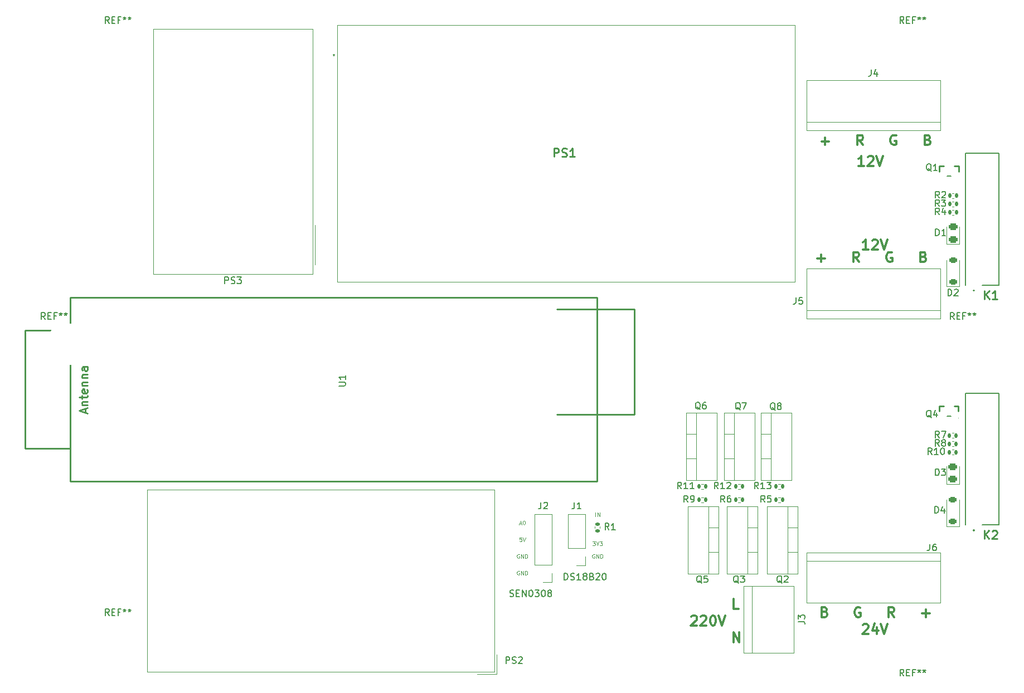
<source format=gbr>
%TF.GenerationSoftware,KiCad,Pcbnew,(7.0.0)*%
%TF.CreationDate,2023-03-18T12:10:04+01:00*%
%TF.ProjectId,rgb-garden-box,7267622d-6761-4726-9465-6e2d626f782e,rev?*%
%TF.SameCoordinates,Original*%
%TF.FileFunction,Legend,Top*%
%TF.FilePolarity,Positive*%
%FSLAX46Y46*%
G04 Gerber Fmt 4.6, Leading zero omitted, Abs format (unit mm)*
G04 Created by KiCad (PCBNEW (7.0.0)) date 2023-03-18 12:10:04*
%MOMM*%
%LPD*%
G01*
G04 APERTURE LIST*
G04 Aperture macros list*
%AMRoundRect*
0 Rectangle with rounded corners*
0 $1 Rounding radius*
0 $2 $3 $4 $5 $6 $7 $8 $9 X,Y pos of 4 corners*
0 Add a 4 corners polygon primitive as box body*
4,1,4,$2,$3,$4,$5,$6,$7,$8,$9,$2,$3,0*
0 Add four circle primitives for the rounded corners*
1,1,$1+$1,$2,$3*
1,1,$1+$1,$4,$5*
1,1,$1+$1,$6,$7*
1,1,$1+$1,$8,$9*
0 Add four rect primitives between the rounded corners*
20,1,$1+$1,$2,$3,$4,$5,0*
20,1,$1+$1,$4,$5,$6,$7,0*
20,1,$1+$1,$6,$7,$8,$9,0*
20,1,$1+$1,$8,$9,$2,$3,0*%
G04 Aperture macros list end*
%ADD10C,0.300000*%
%ADD11C,0.150000*%
%ADD12C,0.125000*%
%ADD13C,0.254000*%
%ADD14C,0.120000*%
%ADD15C,0.200000*%
%ADD16C,0.059995*%
%ADD17C,0.100000*%
%ADD18O,2.000000X1.905000*%
%ADD19R,2.000000X1.905000*%
%ADD20R,0.700000X1.250013*%
%ADD21RoundRect,0.135000X-0.135000X-0.185000X0.135000X-0.185000X0.135000X0.185000X-0.135000X0.185000X0*%
%ADD22C,0.800000*%
%ADD23C,6.400000*%
%ADD24RoundRect,0.135000X0.135000X0.185000X-0.135000X0.185000X-0.135000X-0.185000X0.135000X-0.185000X0*%
%ADD25C,1.650000*%
%ADD26R,3.000000X3.000000*%
%ADD27C,3.000000*%
%ADD28C,1.860000*%
%ADD29R,1.700000X1.700000*%
%ADD30O,1.700000X1.700000*%
%ADD31RoundRect,0.243750X0.456250X-0.243750X0.456250X0.243750X-0.456250X0.243750X-0.456250X-0.243750X0*%
%ADD32R,2.400000X2.400000*%
%ADD33C,2.400000*%
%ADD34R,1.778000X1.778000*%
%ADD35C,1.778000*%
%ADD36R,2.300000X2.000000*%
%ADD37C,2.300000*%
%ADD38RoundRect,0.225000X0.375000X-0.225000X0.375000X0.225000X-0.375000X0.225000X-0.375000X-0.225000X0*%
%ADD39RoundRect,0.135000X0.185000X-0.135000X0.185000X0.135000X-0.185000X0.135000X-0.185000X-0.135000X0*%
G04 APERTURE END LIST*
D10*
X198977142Y-130332857D02*
X199191428Y-130404285D01*
X199191428Y-130404285D02*
X199262857Y-130475714D01*
X199262857Y-130475714D02*
X199334285Y-130618571D01*
X199334285Y-130618571D02*
X199334285Y-130832857D01*
X199334285Y-130832857D02*
X199262857Y-130975714D01*
X199262857Y-130975714D02*
X199191428Y-131047142D01*
X199191428Y-131047142D02*
X199048571Y-131118571D01*
X199048571Y-131118571D02*
X198477142Y-131118571D01*
X198477142Y-131118571D02*
X198477142Y-129618571D01*
X198477142Y-129618571D02*
X198977142Y-129618571D01*
X198977142Y-129618571D02*
X199120000Y-129690000D01*
X199120000Y-129690000D02*
X199191428Y-129761428D01*
X199191428Y-129761428D02*
X199262857Y-129904285D01*
X199262857Y-129904285D02*
X199262857Y-130047142D01*
X199262857Y-130047142D02*
X199191428Y-130190000D01*
X199191428Y-130190000D02*
X199120000Y-130261428D01*
X199120000Y-130261428D02*
X198977142Y-130332857D01*
X198977142Y-130332857D02*
X198477142Y-130332857D01*
X204362857Y-129690000D02*
X204220000Y-129618571D01*
X204220000Y-129618571D02*
X204005714Y-129618571D01*
X204005714Y-129618571D02*
X203791428Y-129690000D01*
X203791428Y-129690000D02*
X203648571Y-129832857D01*
X203648571Y-129832857D02*
X203577142Y-129975714D01*
X203577142Y-129975714D02*
X203505714Y-130261428D01*
X203505714Y-130261428D02*
X203505714Y-130475714D01*
X203505714Y-130475714D02*
X203577142Y-130761428D01*
X203577142Y-130761428D02*
X203648571Y-130904285D01*
X203648571Y-130904285D02*
X203791428Y-131047142D01*
X203791428Y-131047142D02*
X204005714Y-131118571D01*
X204005714Y-131118571D02*
X204148571Y-131118571D01*
X204148571Y-131118571D02*
X204362857Y-131047142D01*
X204362857Y-131047142D02*
X204434285Y-130975714D01*
X204434285Y-130975714D02*
X204434285Y-130475714D01*
X204434285Y-130475714D02*
X204148571Y-130475714D01*
X209534285Y-131118571D02*
X209034285Y-130404285D01*
X208677142Y-131118571D02*
X208677142Y-129618571D01*
X208677142Y-129618571D02*
X209248571Y-129618571D01*
X209248571Y-129618571D02*
X209391428Y-129690000D01*
X209391428Y-129690000D02*
X209462857Y-129761428D01*
X209462857Y-129761428D02*
X209534285Y-129904285D01*
X209534285Y-129904285D02*
X209534285Y-130118571D01*
X209534285Y-130118571D02*
X209462857Y-130261428D01*
X209462857Y-130261428D02*
X209391428Y-130332857D01*
X209391428Y-130332857D02*
X209248571Y-130404285D01*
X209248571Y-130404285D02*
X208677142Y-130404285D01*
X213777142Y-130547142D02*
X214920000Y-130547142D01*
X214348571Y-131118571D02*
X214348571Y-129975714D01*
D11*
X151138333Y-127954761D02*
X151281190Y-128002380D01*
X151281190Y-128002380D02*
X151519285Y-128002380D01*
X151519285Y-128002380D02*
X151614523Y-127954761D01*
X151614523Y-127954761D02*
X151662142Y-127907142D01*
X151662142Y-127907142D02*
X151709761Y-127811904D01*
X151709761Y-127811904D02*
X151709761Y-127716666D01*
X151709761Y-127716666D02*
X151662142Y-127621428D01*
X151662142Y-127621428D02*
X151614523Y-127573809D01*
X151614523Y-127573809D02*
X151519285Y-127526190D01*
X151519285Y-127526190D02*
X151328809Y-127478571D01*
X151328809Y-127478571D02*
X151233571Y-127430952D01*
X151233571Y-127430952D02*
X151185952Y-127383333D01*
X151185952Y-127383333D02*
X151138333Y-127288095D01*
X151138333Y-127288095D02*
X151138333Y-127192857D01*
X151138333Y-127192857D02*
X151185952Y-127097619D01*
X151185952Y-127097619D02*
X151233571Y-127050000D01*
X151233571Y-127050000D02*
X151328809Y-127002380D01*
X151328809Y-127002380D02*
X151566904Y-127002380D01*
X151566904Y-127002380D02*
X151709761Y-127050000D01*
X152138333Y-127478571D02*
X152471666Y-127478571D01*
X152614523Y-128002380D02*
X152138333Y-128002380D01*
X152138333Y-128002380D02*
X152138333Y-127002380D01*
X152138333Y-127002380D02*
X152614523Y-127002380D01*
X153043095Y-128002380D02*
X153043095Y-127002380D01*
X153043095Y-127002380D02*
X153614523Y-128002380D01*
X153614523Y-128002380D02*
X153614523Y-127002380D01*
X154281190Y-127002380D02*
X154376428Y-127002380D01*
X154376428Y-127002380D02*
X154471666Y-127050000D01*
X154471666Y-127050000D02*
X154519285Y-127097619D01*
X154519285Y-127097619D02*
X154566904Y-127192857D01*
X154566904Y-127192857D02*
X154614523Y-127383333D01*
X154614523Y-127383333D02*
X154614523Y-127621428D01*
X154614523Y-127621428D02*
X154566904Y-127811904D01*
X154566904Y-127811904D02*
X154519285Y-127907142D01*
X154519285Y-127907142D02*
X154471666Y-127954761D01*
X154471666Y-127954761D02*
X154376428Y-128002380D01*
X154376428Y-128002380D02*
X154281190Y-128002380D01*
X154281190Y-128002380D02*
X154185952Y-127954761D01*
X154185952Y-127954761D02*
X154138333Y-127907142D01*
X154138333Y-127907142D02*
X154090714Y-127811904D01*
X154090714Y-127811904D02*
X154043095Y-127621428D01*
X154043095Y-127621428D02*
X154043095Y-127383333D01*
X154043095Y-127383333D02*
X154090714Y-127192857D01*
X154090714Y-127192857D02*
X154138333Y-127097619D01*
X154138333Y-127097619D02*
X154185952Y-127050000D01*
X154185952Y-127050000D02*
X154281190Y-127002380D01*
X154947857Y-127002380D02*
X155566904Y-127002380D01*
X155566904Y-127002380D02*
X155233571Y-127383333D01*
X155233571Y-127383333D02*
X155376428Y-127383333D01*
X155376428Y-127383333D02*
X155471666Y-127430952D01*
X155471666Y-127430952D02*
X155519285Y-127478571D01*
X155519285Y-127478571D02*
X155566904Y-127573809D01*
X155566904Y-127573809D02*
X155566904Y-127811904D01*
X155566904Y-127811904D02*
X155519285Y-127907142D01*
X155519285Y-127907142D02*
X155471666Y-127954761D01*
X155471666Y-127954761D02*
X155376428Y-128002380D01*
X155376428Y-128002380D02*
X155090714Y-128002380D01*
X155090714Y-128002380D02*
X154995476Y-127954761D01*
X154995476Y-127954761D02*
X154947857Y-127907142D01*
X156185952Y-127002380D02*
X156281190Y-127002380D01*
X156281190Y-127002380D02*
X156376428Y-127050000D01*
X156376428Y-127050000D02*
X156424047Y-127097619D01*
X156424047Y-127097619D02*
X156471666Y-127192857D01*
X156471666Y-127192857D02*
X156519285Y-127383333D01*
X156519285Y-127383333D02*
X156519285Y-127621428D01*
X156519285Y-127621428D02*
X156471666Y-127811904D01*
X156471666Y-127811904D02*
X156424047Y-127907142D01*
X156424047Y-127907142D02*
X156376428Y-127954761D01*
X156376428Y-127954761D02*
X156281190Y-128002380D01*
X156281190Y-128002380D02*
X156185952Y-128002380D01*
X156185952Y-128002380D02*
X156090714Y-127954761D01*
X156090714Y-127954761D02*
X156043095Y-127907142D01*
X156043095Y-127907142D02*
X155995476Y-127811904D01*
X155995476Y-127811904D02*
X155947857Y-127621428D01*
X155947857Y-127621428D02*
X155947857Y-127383333D01*
X155947857Y-127383333D02*
X155995476Y-127192857D01*
X155995476Y-127192857D02*
X156043095Y-127097619D01*
X156043095Y-127097619D02*
X156090714Y-127050000D01*
X156090714Y-127050000D02*
X156185952Y-127002380D01*
X157090714Y-127430952D02*
X156995476Y-127383333D01*
X156995476Y-127383333D02*
X156947857Y-127335714D01*
X156947857Y-127335714D02*
X156900238Y-127240476D01*
X156900238Y-127240476D02*
X156900238Y-127192857D01*
X156900238Y-127192857D02*
X156947857Y-127097619D01*
X156947857Y-127097619D02*
X156995476Y-127050000D01*
X156995476Y-127050000D02*
X157090714Y-127002380D01*
X157090714Y-127002380D02*
X157281190Y-127002380D01*
X157281190Y-127002380D02*
X157376428Y-127050000D01*
X157376428Y-127050000D02*
X157424047Y-127097619D01*
X157424047Y-127097619D02*
X157471666Y-127192857D01*
X157471666Y-127192857D02*
X157471666Y-127240476D01*
X157471666Y-127240476D02*
X157424047Y-127335714D01*
X157424047Y-127335714D02*
X157376428Y-127383333D01*
X157376428Y-127383333D02*
X157281190Y-127430952D01*
X157281190Y-127430952D02*
X157090714Y-127430952D01*
X157090714Y-127430952D02*
X156995476Y-127478571D01*
X156995476Y-127478571D02*
X156947857Y-127526190D01*
X156947857Y-127526190D02*
X156900238Y-127621428D01*
X156900238Y-127621428D02*
X156900238Y-127811904D01*
X156900238Y-127811904D02*
X156947857Y-127907142D01*
X156947857Y-127907142D02*
X156995476Y-127954761D01*
X156995476Y-127954761D02*
X157090714Y-128002380D01*
X157090714Y-128002380D02*
X157281190Y-128002380D01*
X157281190Y-128002380D02*
X157376428Y-127954761D01*
X157376428Y-127954761D02*
X157424047Y-127907142D01*
X157424047Y-127907142D02*
X157471666Y-127811904D01*
X157471666Y-127811904D02*
X157471666Y-127621428D01*
X157471666Y-127621428D02*
X157424047Y-127526190D01*
X157424047Y-127526190D02*
X157376428Y-127478571D01*
X157376428Y-127478571D02*
X157281190Y-127430952D01*
D12*
X164007857Y-121569000D02*
X163950715Y-121540428D01*
X163950715Y-121540428D02*
X163865000Y-121540428D01*
X163865000Y-121540428D02*
X163779286Y-121569000D01*
X163779286Y-121569000D02*
X163722143Y-121626142D01*
X163722143Y-121626142D02*
X163693572Y-121683285D01*
X163693572Y-121683285D02*
X163665000Y-121797571D01*
X163665000Y-121797571D02*
X163665000Y-121883285D01*
X163665000Y-121883285D02*
X163693572Y-121997571D01*
X163693572Y-121997571D02*
X163722143Y-122054714D01*
X163722143Y-122054714D02*
X163779286Y-122111857D01*
X163779286Y-122111857D02*
X163865000Y-122140428D01*
X163865000Y-122140428D02*
X163922143Y-122140428D01*
X163922143Y-122140428D02*
X164007857Y-122111857D01*
X164007857Y-122111857D02*
X164036429Y-122083285D01*
X164036429Y-122083285D02*
X164036429Y-121883285D01*
X164036429Y-121883285D02*
X163922143Y-121883285D01*
X164293572Y-122140428D02*
X164293572Y-121540428D01*
X164293572Y-121540428D02*
X164636429Y-122140428D01*
X164636429Y-122140428D02*
X164636429Y-121540428D01*
X164922143Y-122140428D02*
X164922143Y-121540428D01*
X164922143Y-121540428D02*
X165065000Y-121540428D01*
X165065000Y-121540428D02*
X165150714Y-121569000D01*
X165150714Y-121569000D02*
X165207857Y-121626142D01*
X165207857Y-121626142D02*
X165236428Y-121683285D01*
X165236428Y-121683285D02*
X165265000Y-121797571D01*
X165265000Y-121797571D02*
X165265000Y-121883285D01*
X165265000Y-121883285D02*
X165236428Y-121997571D01*
X165236428Y-121997571D02*
X165207857Y-122054714D01*
X165207857Y-122054714D02*
X165150714Y-122111857D01*
X165150714Y-122111857D02*
X165065000Y-122140428D01*
X165065000Y-122140428D02*
X164922143Y-122140428D01*
D11*
X159417143Y-125462380D02*
X159417143Y-124462380D01*
X159417143Y-124462380D02*
X159655238Y-124462380D01*
X159655238Y-124462380D02*
X159798095Y-124510000D01*
X159798095Y-124510000D02*
X159893333Y-124605238D01*
X159893333Y-124605238D02*
X159940952Y-124700476D01*
X159940952Y-124700476D02*
X159988571Y-124890952D01*
X159988571Y-124890952D02*
X159988571Y-125033809D01*
X159988571Y-125033809D02*
X159940952Y-125224285D01*
X159940952Y-125224285D02*
X159893333Y-125319523D01*
X159893333Y-125319523D02*
X159798095Y-125414761D01*
X159798095Y-125414761D02*
X159655238Y-125462380D01*
X159655238Y-125462380D02*
X159417143Y-125462380D01*
X160369524Y-125414761D02*
X160512381Y-125462380D01*
X160512381Y-125462380D02*
X160750476Y-125462380D01*
X160750476Y-125462380D02*
X160845714Y-125414761D01*
X160845714Y-125414761D02*
X160893333Y-125367142D01*
X160893333Y-125367142D02*
X160940952Y-125271904D01*
X160940952Y-125271904D02*
X160940952Y-125176666D01*
X160940952Y-125176666D02*
X160893333Y-125081428D01*
X160893333Y-125081428D02*
X160845714Y-125033809D01*
X160845714Y-125033809D02*
X160750476Y-124986190D01*
X160750476Y-124986190D02*
X160560000Y-124938571D01*
X160560000Y-124938571D02*
X160464762Y-124890952D01*
X160464762Y-124890952D02*
X160417143Y-124843333D01*
X160417143Y-124843333D02*
X160369524Y-124748095D01*
X160369524Y-124748095D02*
X160369524Y-124652857D01*
X160369524Y-124652857D02*
X160417143Y-124557619D01*
X160417143Y-124557619D02*
X160464762Y-124510000D01*
X160464762Y-124510000D02*
X160560000Y-124462380D01*
X160560000Y-124462380D02*
X160798095Y-124462380D01*
X160798095Y-124462380D02*
X160940952Y-124510000D01*
X161893333Y-125462380D02*
X161321905Y-125462380D01*
X161607619Y-125462380D02*
X161607619Y-124462380D01*
X161607619Y-124462380D02*
X161512381Y-124605238D01*
X161512381Y-124605238D02*
X161417143Y-124700476D01*
X161417143Y-124700476D02*
X161321905Y-124748095D01*
X162464762Y-124890952D02*
X162369524Y-124843333D01*
X162369524Y-124843333D02*
X162321905Y-124795714D01*
X162321905Y-124795714D02*
X162274286Y-124700476D01*
X162274286Y-124700476D02*
X162274286Y-124652857D01*
X162274286Y-124652857D02*
X162321905Y-124557619D01*
X162321905Y-124557619D02*
X162369524Y-124510000D01*
X162369524Y-124510000D02*
X162464762Y-124462380D01*
X162464762Y-124462380D02*
X162655238Y-124462380D01*
X162655238Y-124462380D02*
X162750476Y-124510000D01*
X162750476Y-124510000D02*
X162798095Y-124557619D01*
X162798095Y-124557619D02*
X162845714Y-124652857D01*
X162845714Y-124652857D02*
X162845714Y-124700476D01*
X162845714Y-124700476D02*
X162798095Y-124795714D01*
X162798095Y-124795714D02*
X162750476Y-124843333D01*
X162750476Y-124843333D02*
X162655238Y-124890952D01*
X162655238Y-124890952D02*
X162464762Y-124890952D01*
X162464762Y-124890952D02*
X162369524Y-124938571D01*
X162369524Y-124938571D02*
X162321905Y-124986190D01*
X162321905Y-124986190D02*
X162274286Y-125081428D01*
X162274286Y-125081428D02*
X162274286Y-125271904D01*
X162274286Y-125271904D02*
X162321905Y-125367142D01*
X162321905Y-125367142D02*
X162369524Y-125414761D01*
X162369524Y-125414761D02*
X162464762Y-125462380D01*
X162464762Y-125462380D02*
X162655238Y-125462380D01*
X162655238Y-125462380D02*
X162750476Y-125414761D01*
X162750476Y-125414761D02*
X162798095Y-125367142D01*
X162798095Y-125367142D02*
X162845714Y-125271904D01*
X162845714Y-125271904D02*
X162845714Y-125081428D01*
X162845714Y-125081428D02*
X162798095Y-124986190D01*
X162798095Y-124986190D02*
X162750476Y-124938571D01*
X162750476Y-124938571D02*
X162655238Y-124890952D01*
X163607619Y-124938571D02*
X163750476Y-124986190D01*
X163750476Y-124986190D02*
X163798095Y-125033809D01*
X163798095Y-125033809D02*
X163845714Y-125129047D01*
X163845714Y-125129047D02*
X163845714Y-125271904D01*
X163845714Y-125271904D02*
X163798095Y-125367142D01*
X163798095Y-125367142D02*
X163750476Y-125414761D01*
X163750476Y-125414761D02*
X163655238Y-125462380D01*
X163655238Y-125462380D02*
X163274286Y-125462380D01*
X163274286Y-125462380D02*
X163274286Y-124462380D01*
X163274286Y-124462380D02*
X163607619Y-124462380D01*
X163607619Y-124462380D02*
X163702857Y-124510000D01*
X163702857Y-124510000D02*
X163750476Y-124557619D01*
X163750476Y-124557619D02*
X163798095Y-124652857D01*
X163798095Y-124652857D02*
X163798095Y-124748095D01*
X163798095Y-124748095D02*
X163750476Y-124843333D01*
X163750476Y-124843333D02*
X163702857Y-124890952D01*
X163702857Y-124890952D02*
X163607619Y-124938571D01*
X163607619Y-124938571D02*
X163274286Y-124938571D01*
X164226667Y-124557619D02*
X164274286Y-124510000D01*
X164274286Y-124510000D02*
X164369524Y-124462380D01*
X164369524Y-124462380D02*
X164607619Y-124462380D01*
X164607619Y-124462380D02*
X164702857Y-124510000D01*
X164702857Y-124510000D02*
X164750476Y-124557619D01*
X164750476Y-124557619D02*
X164798095Y-124652857D01*
X164798095Y-124652857D02*
X164798095Y-124748095D01*
X164798095Y-124748095D02*
X164750476Y-124890952D01*
X164750476Y-124890952D02*
X164179048Y-125462380D01*
X164179048Y-125462380D02*
X164798095Y-125462380D01*
X165417143Y-124462380D02*
X165512381Y-124462380D01*
X165512381Y-124462380D02*
X165607619Y-124510000D01*
X165607619Y-124510000D02*
X165655238Y-124557619D01*
X165655238Y-124557619D02*
X165702857Y-124652857D01*
X165702857Y-124652857D02*
X165750476Y-124843333D01*
X165750476Y-124843333D02*
X165750476Y-125081428D01*
X165750476Y-125081428D02*
X165702857Y-125271904D01*
X165702857Y-125271904D02*
X165655238Y-125367142D01*
X165655238Y-125367142D02*
X165607619Y-125414761D01*
X165607619Y-125414761D02*
X165512381Y-125462380D01*
X165512381Y-125462380D02*
X165417143Y-125462380D01*
X165417143Y-125462380D02*
X165321905Y-125414761D01*
X165321905Y-125414761D02*
X165274286Y-125367142D01*
X165274286Y-125367142D02*
X165226667Y-125271904D01*
X165226667Y-125271904D02*
X165179048Y-125081428D01*
X165179048Y-125081428D02*
X165179048Y-124843333D01*
X165179048Y-124843333D02*
X165226667Y-124652857D01*
X165226667Y-124652857D02*
X165274286Y-124557619D01*
X165274286Y-124557619D02*
X165321905Y-124510000D01*
X165321905Y-124510000D02*
X165417143Y-124462380D01*
D10*
X185856428Y-129848571D02*
X185142142Y-129848571D01*
X185142142Y-129848571D02*
X185142142Y-128348571D01*
D12*
X163722142Y-119635428D02*
X164093570Y-119635428D01*
X164093570Y-119635428D02*
X163893570Y-119864000D01*
X163893570Y-119864000D02*
X163979285Y-119864000D01*
X163979285Y-119864000D02*
X164036428Y-119892571D01*
X164036428Y-119892571D02*
X164064999Y-119921142D01*
X164064999Y-119921142D02*
X164093570Y-119978285D01*
X164093570Y-119978285D02*
X164093570Y-120121142D01*
X164093570Y-120121142D02*
X164064999Y-120178285D01*
X164064999Y-120178285D02*
X164036428Y-120206857D01*
X164036428Y-120206857D02*
X163979285Y-120235428D01*
X163979285Y-120235428D02*
X163807856Y-120235428D01*
X163807856Y-120235428D02*
X163750713Y-120206857D01*
X163750713Y-120206857D02*
X163722142Y-120178285D01*
X164264999Y-119635428D02*
X164464999Y-120235428D01*
X164464999Y-120235428D02*
X164664999Y-119635428D01*
X164807857Y-119635428D02*
X165179285Y-119635428D01*
X165179285Y-119635428D02*
X164979285Y-119864000D01*
X164979285Y-119864000D02*
X165065000Y-119864000D01*
X165065000Y-119864000D02*
X165122143Y-119892571D01*
X165122143Y-119892571D02*
X165150714Y-119921142D01*
X165150714Y-119921142D02*
X165179285Y-119978285D01*
X165179285Y-119978285D02*
X165179285Y-120121142D01*
X165179285Y-120121142D02*
X165150714Y-120178285D01*
X165150714Y-120178285D02*
X165122143Y-120206857D01*
X165122143Y-120206857D02*
X165065000Y-120235428D01*
X165065000Y-120235428D02*
X164893571Y-120235428D01*
X164893571Y-120235428D02*
X164836428Y-120206857D01*
X164836428Y-120206857D02*
X164807857Y-120178285D01*
D10*
X204977857Y-62538571D02*
X204120714Y-62538571D01*
X204549285Y-62538571D02*
X204549285Y-61038571D01*
X204549285Y-61038571D02*
X204406428Y-61252857D01*
X204406428Y-61252857D02*
X204263571Y-61395714D01*
X204263571Y-61395714D02*
X204120714Y-61467142D01*
X205549285Y-61181428D02*
X205620713Y-61110000D01*
X205620713Y-61110000D02*
X205763571Y-61038571D01*
X205763571Y-61038571D02*
X206120713Y-61038571D01*
X206120713Y-61038571D02*
X206263571Y-61110000D01*
X206263571Y-61110000D02*
X206334999Y-61181428D01*
X206334999Y-61181428D02*
X206406428Y-61324285D01*
X206406428Y-61324285D02*
X206406428Y-61467142D01*
X206406428Y-61467142D02*
X206334999Y-61681428D01*
X206334999Y-61681428D02*
X205477856Y-62538571D01*
X205477856Y-62538571D02*
X206406428Y-62538571D01*
X206834999Y-61038571D02*
X207334999Y-62538571D01*
X207334999Y-62538571D02*
X207834999Y-61038571D01*
D12*
X152577857Y-121569000D02*
X152520715Y-121540428D01*
X152520715Y-121540428D02*
X152435000Y-121540428D01*
X152435000Y-121540428D02*
X152349286Y-121569000D01*
X152349286Y-121569000D02*
X152292143Y-121626142D01*
X152292143Y-121626142D02*
X152263572Y-121683285D01*
X152263572Y-121683285D02*
X152235000Y-121797571D01*
X152235000Y-121797571D02*
X152235000Y-121883285D01*
X152235000Y-121883285D02*
X152263572Y-121997571D01*
X152263572Y-121997571D02*
X152292143Y-122054714D01*
X152292143Y-122054714D02*
X152349286Y-122111857D01*
X152349286Y-122111857D02*
X152435000Y-122140428D01*
X152435000Y-122140428D02*
X152492143Y-122140428D01*
X152492143Y-122140428D02*
X152577857Y-122111857D01*
X152577857Y-122111857D02*
X152606429Y-122083285D01*
X152606429Y-122083285D02*
X152606429Y-121883285D01*
X152606429Y-121883285D02*
X152492143Y-121883285D01*
X152863572Y-122140428D02*
X152863572Y-121540428D01*
X152863572Y-121540428D02*
X153206429Y-122140428D01*
X153206429Y-122140428D02*
X153206429Y-121540428D01*
X153492143Y-122140428D02*
X153492143Y-121540428D01*
X153492143Y-121540428D02*
X153635000Y-121540428D01*
X153635000Y-121540428D02*
X153720714Y-121569000D01*
X153720714Y-121569000D02*
X153777857Y-121626142D01*
X153777857Y-121626142D02*
X153806428Y-121683285D01*
X153806428Y-121683285D02*
X153835000Y-121797571D01*
X153835000Y-121797571D02*
X153835000Y-121883285D01*
X153835000Y-121883285D02*
X153806428Y-121997571D01*
X153806428Y-121997571D02*
X153777857Y-122054714D01*
X153777857Y-122054714D02*
X153720714Y-122111857D01*
X153720714Y-122111857D02*
X153635000Y-122140428D01*
X153635000Y-122140428D02*
X153492143Y-122140428D01*
X152920714Y-119000428D02*
X152635000Y-119000428D01*
X152635000Y-119000428D02*
X152606428Y-119286142D01*
X152606428Y-119286142D02*
X152635000Y-119257571D01*
X152635000Y-119257571D02*
X152692143Y-119229000D01*
X152692143Y-119229000D02*
X152835000Y-119229000D01*
X152835000Y-119229000D02*
X152892143Y-119257571D01*
X152892143Y-119257571D02*
X152920714Y-119286142D01*
X152920714Y-119286142D02*
X152949285Y-119343285D01*
X152949285Y-119343285D02*
X152949285Y-119486142D01*
X152949285Y-119486142D02*
X152920714Y-119543285D01*
X152920714Y-119543285D02*
X152892143Y-119571857D01*
X152892143Y-119571857D02*
X152835000Y-119600428D01*
X152835000Y-119600428D02*
X152692143Y-119600428D01*
X152692143Y-119600428D02*
X152635000Y-119571857D01*
X152635000Y-119571857D02*
X152606428Y-119543285D01*
X153120714Y-119000428D02*
X153320714Y-119600428D01*
X153320714Y-119600428D02*
X153520714Y-119000428D01*
X164150715Y-115790428D02*
X164150715Y-115190428D01*
X164436429Y-115790428D02*
X164436429Y-115190428D01*
X164436429Y-115190428D02*
X164779286Y-115790428D01*
X164779286Y-115790428D02*
X164779286Y-115190428D01*
D10*
X204755714Y-132301428D02*
X204827142Y-132230000D01*
X204827142Y-132230000D02*
X204970000Y-132158571D01*
X204970000Y-132158571D02*
X205327142Y-132158571D01*
X205327142Y-132158571D02*
X205470000Y-132230000D01*
X205470000Y-132230000D02*
X205541428Y-132301428D01*
X205541428Y-132301428D02*
X205612857Y-132444285D01*
X205612857Y-132444285D02*
X205612857Y-132587142D01*
X205612857Y-132587142D02*
X205541428Y-132801428D01*
X205541428Y-132801428D02*
X204684285Y-133658571D01*
X204684285Y-133658571D02*
X205612857Y-133658571D01*
X206898571Y-132658571D02*
X206898571Y-133658571D01*
X206541428Y-132087142D02*
X206184285Y-133158571D01*
X206184285Y-133158571D02*
X207112856Y-133158571D01*
X207469999Y-132158571D02*
X207969999Y-133658571D01*
X207969999Y-133658571D02*
X208469999Y-132158571D01*
X197842142Y-76572142D02*
X198985000Y-76572142D01*
X198413571Y-77143571D02*
X198413571Y-76000714D01*
X204156428Y-77143571D02*
X203656428Y-76429285D01*
X203299285Y-77143571D02*
X203299285Y-75643571D01*
X203299285Y-75643571D02*
X203870714Y-75643571D01*
X203870714Y-75643571D02*
X204013571Y-75715000D01*
X204013571Y-75715000D02*
X204085000Y-75786428D01*
X204085000Y-75786428D02*
X204156428Y-75929285D01*
X204156428Y-75929285D02*
X204156428Y-76143571D01*
X204156428Y-76143571D02*
X204085000Y-76286428D01*
X204085000Y-76286428D02*
X204013571Y-76357857D01*
X204013571Y-76357857D02*
X203870714Y-76429285D01*
X203870714Y-76429285D02*
X203299285Y-76429285D01*
X209185000Y-75715000D02*
X209042143Y-75643571D01*
X209042143Y-75643571D02*
X208827857Y-75643571D01*
X208827857Y-75643571D02*
X208613571Y-75715000D01*
X208613571Y-75715000D02*
X208470714Y-75857857D01*
X208470714Y-75857857D02*
X208399285Y-76000714D01*
X208399285Y-76000714D02*
X208327857Y-76286428D01*
X208327857Y-76286428D02*
X208327857Y-76500714D01*
X208327857Y-76500714D02*
X208399285Y-76786428D01*
X208399285Y-76786428D02*
X208470714Y-76929285D01*
X208470714Y-76929285D02*
X208613571Y-77072142D01*
X208613571Y-77072142D02*
X208827857Y-77143571D01*
X208827857Y-77143571D02*
X208970714Y-77143571D01*
X208970714Y-77143571D02*
X209185000Y-77072142D01*
X209185000Y-77072142D02*
X209256428Y-77000714D01*
X209256428Y-77000714D02*
X209256428Y-76500714D01*
X209256428Y-76500714D02*
X208970714Y-76500714D01*
X213999285Y-76357857D02*
X214213571Y-76429285D01*
X214213571Y-76429285D02*
X214285000Y-76500714D01*
X214285000Y-76500714D02*
X214356428Y-76643571D01*
X214356428Y-76643571D02*
X214356428Y-76857857D01*
X214356428Y-76857857D02*
X214285000Y-77000714D01*
X214285000Y-77000714D02*
X214213571Y-77072142D01*
X214213571Y-77072142D02*
X214070714Y-77143571D01*
X214070714Y-77143571D02*
X213499285Y-77143571D01*
X213499285Y-77143571D02*
X213499285Y-75643571D01*
X213499285Y-75643571D02*
X213999285Y-75643571D01*
X213999285Y-75643571D02*
X214142143Y-75715000D01*
X214142143Y-75715000D02*
X214213571Y-75786428D01*
X214213571Y-75786428D02*
X214285000Y-75929285D01*
X214285000Y-75929285D02*
X214285000Y-76072142D01*
X214285000Y-76072142D02*
X214213571Y-76215000D01*
X214213571Y-76215000D02*
X214142143Y-76286428D01*
X214142143Y-76286428D02*
X213999285Y-76357857D01*
X213999285Y-76357857D02*
X213499285Y-76357857D01*
X185142142Y-134928571D02*
X185142142Y-133428571D01*
X185142142Y-133428571D02*
X185999285Y-134928571D01*
X185999285Y-134928571D02*
X185999285Y-133428571D01*
X178720714Y-131031428D02*
X178792142Y-130960000D01*
X178792142Y-130960000D02*
X178935000Y-130888571D01*
X178935000Y-130888571D02*
X179292142Y-130888571D01*
X179292142Y-130888571D02*
X179435000Y-130960000D01*
X179435000Y-130960000D02*
X179506428Y-131031428D01*
X179506428Y-131031428D02*
X179577857Y-131174285D01*
X179577857Y-131174285D02*
X179577857Y-131317142D01*
X179577857Y-131317142D02*
X179506428Y-131531428D01*
X179506428Y-131531428D02*
X178649285Y-132388571D01*
X178649285Y-132388571D02*
X179577857Y-132388571D01*
X180149285Y-131031428D02*
X180220713Y-130960000D01*
X180220713Y-130960000D02*
X180363571Y-130888571D01*
X180363571Y-130888571D02*
X180720713Y-130888571D01*
X180720713Y-130888571D02*
X180863571Y-130960000D01*
X180863571Y-130960000D02*
X180934999Y-131031428D01*
X180934999Y-131031428D02*
X181006428Y-131174285D01*
X181006428Y-131174285D02*
X181006428Y-131317142D01*
X181006428Y-131317142D02*
X180934999Y-131531428D01*
X180934999Y-131531428D02*
X180077856Y-132388571D01*
X180077856Y-132388571D02*
X181006428Y-132388571D01*
X181934999Y-130888571D02*
X182077856Y-130888571D01*
X182077856Y-130888571D02*
X182220713Y-130960000D01*
X182220713Y-130960000D02*
X182292142Y-131031428D01*
X182292142Y-131031428D02*
X182363570Y-131174285D01*
X182363570Y-131174285D02*
X182434999Y-131460000D01*
X182434999Y-131460000D02*
X182434999Y-131817142D01*
X182434999Y-131817142D02*
X182363570Y-132102857D01*
X182363570Y-132102857D02*
X182292142Y-132245714D01*
X182292142Y-132245714D02*
X182220713Y-132317142D01*
X182220713Y-132317142D02*
X182077856Y-132388571D01*
X182077856Y-132388571D02*
X181934999Y-132388571D01*
X181934999Y-132388571D02*
X181792142Y-132317142D01*
X181792142Y-132317142D02*
X181720713Y-132245714D01*
X181720713Y-132245714D02*
X181649284Y-132102857D01*
X181649284Y-132102857D02*
X181577856Y-131817142D01*
X181577856Y-131817142D02*
X181577856Y-131460000D01*
X181577856Y-131460000D02*
X181649284Y-131174285D01*
X181649284Y-131174285D02*
X181720713Y-131031428D01*
X181720713Y-131031428D02*
X181792142Y-130960000D01*
X181792142Y-130960000D02*
X181934999Y-130888571D01*
X182863570Y-130888571D02*
X183363570Y-132388571D01*
X183363570Y-132388571D02*
X183863570Y-130888571D01*
X205612857Y-75238571D02*
X204755714Y-75238571D01*
X205184285Y-75238571D02*
X205184285Y-73738571D01*
X205184285Y-73738571D02*
X205041428Y-73952857D01*
X205041428Y-73952857D02*
X204898571Y-74095714D01*
X204898571Y-74095714D02*
X204755714Y-74167142D01*
X206184285Y-73881428D02*
X206255713Y-73810000D01*
X206255713Y-73810000D02*
X206398571Y-73738571D01*
X206398571Y-73738571D02*
X206755713Y-73738571D01*
X206755713Y-73738571D02*
X206898571Y-73810000D01*
X206898571Y-73810000D02*
X206969999Y-73881428D01*
X206969999Y-73881428D02*
X207041428Y-74024285D01*
X207041428Y-74024285D02*
X207041428Y-74167142D01*
X207041428Y-74167142D02*
X206969999Y-74381428D01*
X206969999Y-74381428D02*
X206112856Y-75238571D01*
X206112856Y-75238571D02*
X207041428Y-75238571D01*
X207469999Y-73738571D02*
X207969999Y-75238571D01*
X207969999Y-75238571D02*
X208469999Y-73738571D01*
D12*
X152577857Y-124109000D02*
X152520715Y-124080428D01*
X152520715Y-124080428D02*
X152435000Y-124080428D01*
X152435000Y-124080428D02*
X152349286Y-124109000D01*
X152349286Y-124109000D02*
X152292143Y-124166142D01*
X152292143Y-124166142D02*
X152263572Y-124223285D01*
X152263572Y-124223285D02*
X152235000Y-124337571D01*
X152235000Y-124337571D02*
X152235000Y-124423285D01*
X152235000Y-124423285D02*
X152263572Y-124537571D01*
X152263572Y-124537571D02*
X152292143Y-124594714D01*
X152292143Y-124594714D02*
X152349286Y-124651857D01*
X152349286Y-124651857D02*
X152435000Y-124680428D01*
X152435000Y-124680428D02*
X152492143Y-124680428D01*
X152492143Y-124680428D02*
X152577857Y-124651857D01*
X152577857Y-124651857D02*
X152606429Y-124623285D01*
X152606429Y-124623285D02*
X152606429Y-124423285D01*
X152606429Y-124423285D02*
X152492143Y-124423285D01*
X152863572Y-124680428D02*
X152863572Y-124080428D01*
X152863572Y-124080428D02*
X153206429Y-124680428D01*
X153206429Y-124680428D02*
X153206429Y-124080428D01*
X153492143Y-124680428D02*
X153492143Y-124080428D01*
X153492143Y-124080428D02*
X153635000Y-124080428D01*
X153635000Y-124080428D02*
X153720714Y-124109000D01*
X153720714Y-124109000D02*
X153777857Y-124166142D01*
X153777857Y-124166142D02*
X153806428Y-124223285D01*
X153806428Y-124223285D02*
X153835000Y-124337571D01*
X153835000Y-124337571D02*
X153835000Y-124423285D01*
X153835000Y-124423285D02*
X153806428Y-124537571D01*
X153806428Y-124537571D02*
X153777857Y-124594714D01*
X153777857Y-124594714D02*
X153720714Y-124651857D01*
X153720714Y-124651857D02*
X153635000Y-124680428D01*
X153635000Y-124680428D02*
X153492143Y-124680428D01*
X152606428Y-116889000D02*
X152892143Y-116889000D01*
X152549285Y-117060428D02*
X152749285Y-116460428D01*
X152749285Y-116460428D02*
X152949285Y-117060428D01*
X153263571Y-116460428D02*
X153320714Y-116460428D01*
X153320714Y-116460428D02*
X153377857Y-116489000D01*
X153377857Y-116489000D02*
X153406429Y-116517571D01*
X153406429Y-116517571D02*
X153435000Y-116574714D01*
X153435000Y-116574714D02*
X153463571Y-116689000D01*
X153463571Y-116689000D02*
X153463571Y-116831857D01*
X153463571Y-116831857D02*
X153435000Y-116946142D01*
X153435000Y-116946142D02*
X153406429Y-117003285D01*
X153406429Y-117003285D02*
X153377857Y-117031857D01*
X153377857Y-117031857D02*
X153320714Y-117060428D01*
X153320714Y-117060428D02*
X153263571Y-117060428D01*
X153263571Y-117060428D02*
X153206429Y-117031857D01*
X153206429Y-117031857D02*
X153177857Y-117003285D01*
X153177857Y-117003285D02*
X153149286Y-116946142D01*
X153149286Y-116946142D02*
X153120714Y-116831857D01*
X153120714Y-116831857D02*
X153120714Y-116689000D01*
X153120714Y-116689000D02*
X153149286Y-116574714D01*
X153149286Y-116574714D02*
X153177857Y-116517571D01*
X153177857Y-116517571D02*
X153206429Y-116489000D01*
X153206429Y-116489000D02*
X153263571Y-116460428D01*
D10*
X198477142Y-58792142D02*
X199620000Y-58792142D01*
X199048571Y-59363571D02*
X199048571Y-58220714D01*
X204791428Y-59363571D02*
X204291428Y-58649285D01*
X203934285Y-59363571D02*
X203934285Y-57863571D01*
X203934285Y-57863571D02*
X204505714Y-57863571D01*
X204505714Y-57863571D02*
X204648571Y-57935000D01*
X204648571Y-57935000D02*
X204720000Y-58006428D01*
X204720000Y-58006428D02*
X204791428Y-58149285D01*
X204791428Y-58149285D02*
X204791428Y-58363571D01*
X204791428Y-58363571D02*
X204720000Y-58506428D01*
X204720000Y-58506428D02*
X204648571Y-58577857D01*
X204648571Y-58577857D02*
X204505714Y-58649285D01*
X204505714Y-58649285D02*
X203934285Y-58649285D01*
X209820000Y-57935000D02*
X209677143Y-57863571D01*
X209677143Y-57863571D02*
X209462857Y-57863571D01*
X209462857Y-57863571D02*
X209248571Y-57935000D01*
X209248571Y-57935000D02*
X209105714Y-58077857D01*
X209105714Y-58077857D02*
X209034285Y-58220714D01*
X209034285Y-58220714D02*
X208962857Y-58506428D01*
X208962857Y-58506428D02*
X208962857Y-58720714D01*
X208962857Y-58720714D02*
X209034285Y-59006428D01*
X209034285Y-59006428D02*
X209105714Y-59149285D01*
X209105714Y-59149285D02*
X209248571Y-59292142D01*
X209248571Y-59292142D02*
X209462857Y-59363571D01*
X209462857Y-59363571D02*
X209605714Y-59363571D01*
X209605714Y-59363571D02*
X209820000Y-59292142D01*
X209820000Y-59292142D02*
X209891428Y-59220714D01*
X209891428Y-59220714D02*
X209891428Y-58720714D01*
X209891428Y-58720714D02*
X209605714Y-58720714D01*
X214634285Y-58577857D02*
X214848571Y-58649285D01*
X214848571Y-58649285D02*
X214920000Y-58720714D01*
X214920000Y-58720714D02*
X214991428Y-58863571D01*
X214991428Y-58863571D02*
X214991428Y-59077857D01*
X214991428Y-59077857D02*
X214920000Y-59220714D01*
X214920000Y-59220714D02*
X214848571Y-59292142D01*
X214848571Y-59292142D02*
X214705714Y-59363571D01*
X214705714Y-59363571D02*
X214134285Y-59363571D01*
X214134285Y-59363571D02*
X214134285Y-57863571D01*
X214134285Y-57863571D02*
X214634285Y-57863571D01*
X214634285Y-57863571D02*
X214777143Y-57935000D01*
X214777143Y-57935000D02*
X214848571Y-58006428D01*
X214848571Y-58006428D02*
X214920000Y-58149285D01*
X214920000Y-58149285D02*
X214920000Y-58292142D01*
X214920000Y-58292142D02*
X214848571Y-58435000D01*
X214848571Y-58435000D02*
X214777143Y-58506428D01*
X214777143Y-58506428D02*
X214634285Y-58577857D01*
X214634285Y-58577857D02*
X214134285Y-58577857D01*
D11*
%TO.C,Q8*%
X191463761Y-99658619D02*
X191368523Y-99611000D01*
X191368523Y-99611000D02*
X191273285Y-99515761D01*
X191273285Y-99515761D02*
X191130428Y-99372904D01*
X191130428Y-99372904D02*
X191035190Y-99325285D01*
X191035190Y-99325285D02*
X190939952Y-99325285D01*
X190987571Y-99563380D02*
X190892333Y-99515761D01*
X190892333Y-99515761D02*
X190797095Y-99420523D01*
X190797095Y-99420523D02*
X190749476Y-99230047D01*
X190749476Y-99230047D02*
X190749476Y-98896714D01*
X190749476Y-98896714D02*
X190797095Y-98706238D01*
X190797095Y-98706238D02*
X190892333Y-98611000D01*
X190892333Y-98611000D02*
X190987571Y-98563380D01*
X190987571Y-98563380D02*
X191178047Y-98563380D01*
X191178047Y-98563380D02*
X191273285Y-98611000D01*
X191273285Y-98611000D02*
X191368523Y-98706238D01*
X191368523Y-98706238D02*
X191416142Y-98896714D01*
X191416142Y-98896714D02*
X191416142Y-99230047D01*
X191416142Y-99230047D02*
X191368523Y-99420523D01*
X191368523Y-99420523D02*
X191273285Y-99515761D01*
X191273285Y-99515761D02*
X191178047Y-99563380D01*
X191178047Y-99563380D02*
X190987571Y-99563380D01*
X191987571Y-98991952D02*
X191892333Y-98944333D01*
X191892333Y-98944333D02*
X191844714Y-98896714D01*
X191844714Y-98896714D02*
X191797095Y-98801476D01*
X191797095Y-98801476D02*
X191797095Y-98753857D01*
X191797095Y-98753857D02*
X191844714Y-98658619D01*
X191844714Y-98658619D02*
X191892333Y-98611000D01*
X191892333Y-98611000D02*
X191987571Y-98563380D01*
X191987571Y-98563380D02*
X192178047Y-98563380D01*
X192178047Y-98563380D02*
X192273285Y-98611000D01*
X192273285Y-98611000D02*
X192320904Y-98658619D01*
X192320904Y-98658619D02*
X192368523Y-98753857D01*
X192368523Y-98753857D02*
X192368523Y-98801476D01*
X192368523Y-98801476D02*
X192320904Y-98896714D01*
X192320904Y-98896714D02*
X192273285Y-98944333D01*
X192273285Y-98944333D02*
X192178047Y-98991952D01*
X192178047Y-98991952D02*
X191987571Y-98991952D01*
X191987571Y-98991952D02*
X191892333Y-99039571D01*
X191892333Y-99039571D02*
X191844714Y-99087190D01*
X191844714Y-99087190D02*
X191797095Y-99182428D01*
X191797095Y-99182428D02*
X191797095Y-99372904D01*
X191797095Y-99372904D02*
X191844714Y-99468142D01*
X191844714Y-99468142D02*
X191892333Y-99515761D01*
X191892333Y-99515761D02*
X191987571Y-99563380D01*
X191987571Y-99563380D02*
X192178047Y-99563380D01*
X192178047Y-99563380D02*
X192273285Y-99515761D01*
X192273285Y-99515761D02*
X192320904Y-99468142D01*
X192320904Y-99468142D02*
X192368523Y-99372904D01*
X192368523Y-99372904D02*
X192368523Y-99182428D01*
X192368523Y-99182428D02*
X192320904Y-99087190D01*
X192320904Y-99087190D02*
X192273285Y-99039571D01*
X192273285Y-99039571D02*
X192178047Y-98991952D01*
%TO.C,Q7*%
X186153761Y-99608619D02*
X186058523Y-99561000D01*
X186058523Y-99561000D02*
X185963285Y-99465761D01*
X185963285Y-99465761D02*
X185820428Y-99322904D01*
X185820428Y-99322904D02*
X185725190Y-99275285D01*
X185725190Y-99275285D02*
X185629952Y-99275285D01*
X185677571Y-99513380D02*
X185582333Y-99465761D01*
X185582333Y-99465761D02*
X185487095Y-99370523D01*
X185487095Y-99370523D02*
X185439476Y-99180047D01*
X185439476Y-99180047D02*
X185439476Y-98846714D01*
X185439476Y-98846714D02*
X185487095Y-98656238D01*
X185487095Y-98656238D02*
X185582333Y-98561000D01*
X185582333Y-98561000D02*
X185677571Y-98513380D01*
X185677571Y-98513380D02*
X185868047Y-98513380D01*
X185868047Y-98513380D02*
X185963285Y-98561000D01*
X185963285Y-98561000D02*
X186058523Y-98656238D01*
X186058523Y-98656238D02*
X186106142Y-98846714D01*
X186106142Y-98846714D02*
X186106142Y-99180047D01*
X186106142Y-99180047D02*
X186058523Y-99370523D01*
X186058523Y-99370523D02*
X185963285Y-99465761D01*
X185963285Y-99465761D02*
X185868047Y-99513380D01*
X185868047Y-99513380D02*
X185677571Y-99513380D01*
X186439476Y-98513380D02*
X187106142Y-98513380D01*
X187106142Y-98513380D02*
X186677571Y-99513380D01*
%TO.C,Q6*%
X180068761Y-99553619D02*
X179973523Y-99506000D01*
X179973523Y-99506000D02*
X179878285Y-99410761D01*
X179878285Y-99410761D02*
X179735428Y-99267904D01*
X179735428Y-99267904D02*
X179640190Y-99220285D01*
X179640190Y-99220285D02*
X179544952Y-99220285D01*
X179592571Y-99458380D02*
X179497333Y-99410761D01*
X179497333Y-99410761D02*
X179402095Y-99315523D01*
X179402095Y-99315523D02*
X179354476Y-99125047D01*
X179354476Y-99125047D02*
X179354476Y-98791714D01*
X179354476Y-98791714D02*
X179402095Y-98601238D01*
X179402095Y-98601238D02*
X179497333Y-98506000D01*
X179497333Y-98506000D02*
X179592571Y-98458380D01*
X179592571Y-98458380D02*
X179783047Y-98458380D01*
X179783047Y-98458380D02*
X179878285Y-98506000D01*
X179878285Y-98506000D02*
X179973523Y-98601238D01*
X179973523Y-98601238D02*
X180021142Y-98791714D01*
X180021142Y-98791714D02*
X180021142Y-99125047D01*
X180021142Y-99125047D02*
X179973523Y-99315523D01*
X179973523Y-99315523D02*
X179878285Y-99410761D01*
X179878285Y-99410761D02*
X179783047Y-99458380D01*
X179783047Y-99458380D02*
X179592571Y-99458380D01*
X180878285Y-98458380D02*
X180687809Y-98458380D01*
X180687809Y-98458380D02*
X180592571Y-98506000D01*
X180592571Y-98506000D02*
X180544952Y-98553619D01*
X180544952Y-98553619D02*
X180449714Y-98696476D01*
X180449714Y-98696476D02*
X180402095Y-98886952D01*
X180402095Y-98886952D02*
X180402095Y-99267904D01*
X180402095Y-99267904D02*
X180449714Y-99363142D01*
X180449714Y-99363142D02*
X180497333Y-99410761D01*
X180497333Y-99410761D02*
X180592571Y-99458380D01*
X180592571Y-99458380D02*
X180783047Y-99458380D01*
X180783047Y-99458380D02*
X180878285Y-99410761D01*
X180878285Y-99410761D02*
X180925904Y-99363142D01*
X180925904Y-99363142D02*
X180973523Y-99267904D01*
X180973523Y-99267904D02*
X180973523Y-99029809D01*
X180973523Y-99029809D02*
X180925904Y-98934571D01*
X180925904Y-98934571D02*
X180878285Y-98886952D01*
X180878285Y-98886952D02*
X180783047Y-98839333D01*
X180783047Y-98839333D02*
X180592571Y-98839333D01*
X180592571Y-98839333D02*
X180497333Y-98886952D01*
X180497333Y-98886952D02*
X180449714Y-98934571D01*
X180449714Y-98934571D02*
X180402095Y-99029809D01*
%TO.C,Q5*%
X180296761Y-125938619D02*
X180201523Y-125891000D01*
X180201523Y-125891000D02*
X180106285Y-125795761D01*
X180106285Y-125795761D02*
X179963428Y-125652904D01*
X179963428Y-125652904D02*
X179868190Y-125605285D01*
X179868190Y-125605285D02*
X179772952Y-125605285D01*
X179820571Y-125843380D02*
X179725333Y-125795761D01*
X179725333Y-125795761D02*
X179630095Y-125700523D01*
X179630095Y-125700523D02*
X179582476Y-125510047D01*
X179582476Y-125510047D02*
X179582476Y-125176714D01*
X179582476Y-125176714D02*
X179630095Y-124986238D01*
X179630095Y-124986238D02*
X179725333Y-124891000D01*
X179725333Y-124891000D02*
X179820571Y-124843380D01*
X179820571Y-124843380D02*
X180011047Y-124843380D01*
X180011047Y-124843380D02*
X180106285Y-124891000D01*
X180106285Y-124891000D02*
X180201523Y-124986238D01*
X180201523Y-124986238D02*
X180249142Y-125176714D01*
X180249142Y-125176714D02*
X180249142Y-125510047D01*
X180249142Y-125510047D02*
X180201523Y-125700523D01*
X180201523Y-125700523D02*
X180106285Y-125795761D01*
X180106285Y-125795761D02*
X180011047Y-125843380D01*
X180011047Y-125843380D02*
X179820571Y-125843380D01*
X181153904Y-124843380D02*
X180677714Y-124843380D01*
X180677714Y-124843380D02*
X180630095Y-125319571D01*
X180630095Y-125319571D02*
X180677714Y-125271952D01*
X180677714Y-125271952D02*
X180772952Y-125224333D01*
X180772952Y-125224333D02*
X181011047Y-125224333D01*
X181011047Y-125224333D02*
X181106285Y-125271952D01*
X181106285Y-125271952D02*
X181153904Y-125319571D01*
X181153904Y-125319571D02*
X181201523Y-125414809D01*
X181201523Y-125414809D02*
X181201523Y-125652904D01*
X181201523Y-125652904D02*
X181153904Y-125748142D01*
X181153904Y-125748142D02*
X181106285Y-125795761D01*
X181106285Y-125795761D02*
X181011047Y-125843380D01*
X181011047Y-125843380D02*
X180772952Y-125843380D01*
X180772952Y-125843380D02*
X180677714Y-125795761D01*
X180677714Y-125795761D02*
X180630095Y-125748142D01*
%TO.C,Q3*%
X185884761Y-125938619D02*
X185789523Y-125891000D01*
X185789523Y-125891000D02*
X185694285Y-125795761D01*
X185694285Y-125795761D02*
X185551428Y-125652904D01*
X185551428Y-125652904D02*
X185456190Y-125605285D01*
X185456190Y-125605285D02*
X185360952Y-125605285D01*
X185408571Y-125843380D02*
X185313333Y-125795761D01*
X185313333Y-125795761D02*
X185218095Y-125700523D01*
X185218095Y-125700523D02*
X185170476Y-125510047D01*
X185170476Y-125510047D02*
X185170476Y-125176714D01*
X185170476Y-125176714D02*
X185218095Y-124986238D01*
X185218095Y-124986238D02*
X185313333Y-124891000D01*
X185313333Y-124891000D02*
X185408571Y-124843380D01*
X185408571Y-124843380D02*
X185599047Y-124843380D01*
X185599047Y-124843380D02*
X185694285Y-124891000D01*
X185694285Y-124891000D02*
X185789523Y-124986238D01*
X185789523Y-124986238D02*
X185837142Y-125176714D01*
X185837142Y-125176714D02*
X185837142Y-125510047D01*
X185837142Y-125510047D02*
X185789523Y-125700523D01*
X185789523Y-125700523D02*
X185694285Y-125795761D01*
X185694285Y-125795761D02*
X185599047Y-125843380D01*
X185599047Y-125843380D02*
X185408571Y-125843380D01*
X186170476Y-124843380D02*
X186789523Y-124843380D01*
X186789523Y-124843380D02*
X186456190Y-125224333D01*
X186456190Y-125224333D02*
X186599047Y-125224333D01*
X186599047Y-125224333D02*
X186694285Y-125271952D01*
X186694285Y-125271952D02*
X186741904Y-125319571D01*
X186741904Y-125319571D02*
X186789523Y-125414809D01*
X186789523Y-125414809D02*
X186789523Y-125652904D01*
X186789523Y-125652904D02*
X186741904Y-125748142D01*
X186741904Y-125748142D02*
X186694285Y-125795761D01*
X186694285Y-125795761D02*
X186599047Y-125843380D01*
X186599047Y-125843380D02*
X186313333Y-125843380D01*
X186313333Y-125843380D02*
X186218095Y-125795761D01*
X186218095Y-125795761D02*
X186170476Y-125748142D01*
%TO.C,Q2*%
X192488761Y-125938619D02*
X192393523Y-125891000D01*
X192393523Y-125891000D02*
X192298285Y-125795761D01*
X192298285Y-125795761D02*
X192155428Y-125652904D01*
X192155428Y-125652904D02*
X192060190Y-125605285D01*
X192060190Y-125605285D02*
X191964952Y-125605285D01*
X192012571Y-125843380D02*
X191917333Y-125795761D01*
X191917333Y-125795761D02*
X191822095Y-125700523D01*
X191822095Y-125700523D02*
X191774476Y-125510047D01*
X191774476Y-125510047D02*
X191774476Y-125176714D01*
X191774476Y-125176714D02*
X191822095Y-124986238D01*
X191822095Y-124986238D02*
X191917333Y-124891000D01*
X191917333Y-124891000D02*
X192012571Y-124843380D01*
X192012571Y-124843380D02*
X192203047Y-124843380D01*
X192203047Y-124843380D02*
X192298285Y-124891000D01*
X192298285Y-124891000D02*
X192393523Y-124986238D01*
X192393523Y-124986238D02*
X192441142Y-125176714D01*
X192441142Y-125176714D02*
X192441142Y-125510047D01*
X192441142Y-125510047D02*
X192393523Y-125700523D01*
X192393523Y-125700523D02*
X192298285Y-125795761D01*
X192298285Y-125795761D02*
X192203047Y-125843380D01*
X192203047Y-125843380D02*
X192012571Y-125843380D01*
X192822095Y-124938619D02*
X192869714Y-124891000D01*
X192869714Y-124891000D02*
X192964952Y-124843380D01*
X192964952Y-124843380D02*
X193203047Y-124843380D01*
X193203047Y-124843380D02*
X193298285Y-124891000D01*
X193298285Y-124891000D02*
X193345904Y-124938619D01*
X193345904Y-124938619D02*
X193393523Y-125033857D01*
X193393523Y-125033857D02*
X193393523Y-125129095D01*
X193393523Y-125129095D02*
X193345904Y-125271952D01*
X193345904Y-125271952D02*
X192774476Y-125843380D01*
X192774476Y-125843380D02*
X193393523Y-125843380D01*
%TO.C,Q1*%
X215169761Y-63327619D02*
X215074523Y-63280000D01*
X215074523Y-63280000D02*
X214979285Y-63184761D01*
X214979285Y-63184761D02*
X214836428Y-63041904D01*
X214836428Y-63041904D02*
X214741190Y-62994285D01*
X214741190Y-62994285D02*
X214645952Y-62994285D01*
X214693571Y-63232380D02*
X214598333Y-63184761D01*
X214598333Y-63184761D02*
X214503095Y-63089523D01*
X214503095Y-63089523D02*
X214455476Y-62899047D01*
X214455476Y-62899047D02*
X214455476Y-62565714D01*
X214455476Y-62565714D02*
X214503095Y-62375238D01*
X214503095Y-62375238D02*
X214598333Y-62280000D01*
X214598333Y-62280000D02*
X214693571Y-62232380D01*
X214693571Y-62232380D02*
X214884047Y-62232380D01*
X214884047Y-62232380D02*
X214979285Y-62280000D01*
X214979285Y-62280000D02*
X215074523Y-62375238D01*
X215074523Y-62375238D02*
X215122142Y-62565714D01*
X215122142Y-62565714D02*
X215122142Y-62899047D01*
X215122142Y-62899047D02*
X215074523Y-63089523D01*
X215074523Y-63089523D02*
X214979285Y-63184761D01*
X214979285Y-63184761D02*
X214884047Y-63232380D01*
X214884047Y-63232380D02*
X214693571Y-63232380D01*
X216074523Y-63232380D02*
X215503095Y-63232380D01*
X215788809Y-63232380D02*
X215788809Y-62232380D01*
X215788809Y-62232380D02*
X215693571Y-62375238D01*
X215693571Y-62375238D02*
X215598333Y-62470476D01*
X215598333Y-62470476D02*
X215503095Y-62518095D01*
%TO.C,R8*%
X216368333Y-105142380D02*
X216035000Y-104666190D01*
X215796905Y-105142380D02*
X215796905Y-104142380D01*
X215796905Y-104142380D02*
X216177857Y-104142380D01*
X216177857Y-104142380D02*
X216273095Y-104190000D01*
X216273095Y-104190000D02*
X216320714Y-104237619D01*
X216320714Y-104237619D02*
X216368333Y-104332857D01*
X216368333Y-104332857D02*
X216368333Y-104475714D01*
X216368333Y-104475714D02*
X216320714Y-104570952D01*
X216320714Y-104570952D02*
X216273095Y-104618571D01*
X216273095Y-104618571D02*
X216177857Y-104666190D01*
X216177857Y-104666190D02*
X215796905Y-104666190D01*
X216939762Y-104570952D02*
X216844524Y-104523333D01*
X216844524Y-104523333D02*
X216796905Y-104475714D01*
X216796905Y-104475714D02*
X216749286Y-104380476D01*
X216749286Y-104380476D02*
X216749286Y-104332857D01*
X216749286Y-104332857D02*
X216796905Y-104237619D01*
X216796905Y-104237619D02*
X216844524Y-104190000D01*
X216844524Y-104190000D02*
X216939762Y-104142380D01*
X216939762Y-104142380D02*
X217130238Y-104142380D01*
X217130238Y-104142380D02*
X217225476Y-104190000D01*
X217225476Y-104190000D02*
X217273095Y-104237619D01*
X217273095Y-104237619D02*
X217320714Y-104332857D01*
X217320714Y-104332857D02*
X217320714Y-104380476D01*
X217320714Y-104380476D02*
X217273095Y-104475714D01*
X217273095Y-104475714D02*
X217225476Y-104523333D01*
X217225476Y-104523333D02*
X217130238Y-104570952D01*
X217130238Y-104570952D02*
X216939762Y-104570952D01*
X216939762Y-104570952D02*
X216844524Y-104618571D01*
X216844524Y-104618571D02*
X216796905Y-104666190D01*
X216796905Y-104666190D02*
X216749286Y-104761428D01*
X216749286Y-104761428D02*
X216749286Y-104951904D01*
X216749286Y-104951904D02*
X216796905Y-105047142D01*
X216796905Y-105047142D02*
X216844524Y-105094761D01*
X216844524Y-105094761D02*
X216939762Y-105142380D01*
X216939762Y-105142380D02*
X217130238Y-105142380D01*
X217130238Y-105142380D02*
X217225476Y-105094761D01*
X217225476Y-105094761D02*
X217273095Y-105047142D01*
X217273095Y-105047142D02*
X217320714Y-104951904D01*
X217320714Y-104951904D02*
X217320714Y-104761428D01*
X217320714Y-104761428D02*
X217273095Y-104666190D01*
X217273095Y-104666190D02*
X217225476Y-104618571D01*
X217225476Y-104618571D02*
X217130238Y-104570952D01*
%TO.C,REF\u002A\u002A*%
X210986666Y-140067380D02*
X210653333Y-139591190D01*
X210415238Y-140067380D02*
X210415238Y-139067380D01*
X210415238Y-139067380D02*
X210796190Y-139067380D01*
X210796190Y-139067380D02*
X210891428Y-139115000D01*
X210891428Y-139115000D02*
X210939047Y-139162619D01*
X210939047Y-139162619D02*
X210986666Y-139257857D01*
X210986666Y-139257857D02*
X210986666Y-139400714D01*
X210986666Y-139400714D02*
X210939047Y-139495952D01*
X210939047Y-139495952D02*
X210891428Y-139543571D01*
X210891428Y-139543571D02*
X210796190Y-139591190D01*
X210796190Y-139591190D02*
X210415238Y-139591190D01*
X211415238Y-139543571D02*
X211748571Y-139543571D01*
X211891428Y-140067380D02*
X211415238Y-140067380D01*
X211415238Y-140067380D02*
X211415238Y-139067380D01*
X211415238Y-139067380D02*
X211891428Y-139067380D01*
X212653333Y-139543571D02*
X212320000Y-139543571D01*
X212320000Y-140067380D02*
X212320000Y-139067380D01*
X212320000Y-139067380D02*
X212796190Y-139067380D01*
X213320000Y-139067380D02*
X213320000Y-139305476D01*
X213081905Y-139210238D02*
X213320000Y-139305476D01*
X213320000Y-139305476D02*
X213558095Y-139210238D01*
X213177143Y-139495952D02*
X213320000Y-139305476D01*
X213320000Y-139305476D02*
X213462857Y-139495952D01*
X214081905Y-139067380D02*
X214081905Y-139305476D01*
X213843810Y-139210238D02*
X214081905Y-139305476D01*
X214081905Y-139305476D02*
X214320000Y-139210238D01*
X213939048Y-139495952D02*
X214081905Y-139305476D01*
X214081905Y-139305476D02*
X214224762Y-139495952D01*
%TO.C,R2*%
X216378333Y-67414300D02*
X216045000Y-66938110D01*
X215806905Y-67414300D02*
X215806905Y-66414300D01*
X215806905Y-66414300D02*
X216187857Y-66414300D01*
X216187857Y-66414300D02*
X216283095Y-66461920D01*
X216283095Y-66461920D02*
X216330714Y-66509539D01*
X216330714Y-66509539D02*
X216378333Y-66604777D01*
X216378333Y-66604777D02*
X216378333Y-66747634D01*
X216378333Y-66747634D02*
X216330714Y-66842872D01*
X216330714Y-66842872D02*
X216283095Y-66890491D01*
X216283095Y-66890491D02*
X216187857Y-66938110D01*
X216187857Y-66938110D02*
X215806905Y-66938110D01*
X216759286Y-66509539D02*
X216806905Y-66461920D01*
X216806905Y-66461920D02*
X216902143Y-66414300D01*
X216902143Y-66414300D02*
X217140238Y-66414300D01*
X217140238Y-66414300D02*
X217235476Y-66461920D01*
X217235476Y-66461920D02*
X217283095Y-66509539D01*
X217283095Y-66509539D02*
X217330714Y-66604777D01*
X217330714Y-66604777D02*
X217330714Y-66700015D01*
X217330714Y-66700015D02*
X217283095Y-66842872D01*
X217283095Y-66842872D02*
X216711667Y-67414300D01*
X216711667Y-67414300D02*
X217330714Y-67414300D01*
%TO.C,R7*%
X216368333Y-103872380D02*
X216035000Y-103396190D01*
X215796905Y-103872380D02*
X215796905Y-102872380D01*
X215796905Y-102872380D02*
X216177857Y-102872380D01*
X216177857Y-102872380D02*
X216273095Y-102920000D01*
X216273095Y-102920000D02*
X216320714Y-102967619D01*
X216320714Y-102967619D02*
X216368333Y-103062857D01*
X216368333Y-103062857D02*
X216368333Y-103205714D01*
X216368333Y-103205714D02*
X216320714Y-103300952D01*
X216320714Y-103300952D02*
X216273095Y-103348571D01*
X216273095Y-103348571D02*
X216177857Y-103396190D01*
X216177857Y-103396190D02*
X215796905Y-103396190D01*
X216701667Y-102872380D02*
X217368333Y-102872380D01*
X217368333Y-102872380D02*
X216939762Y-103872380D01*
%TO.C,R12*%
X182797142Y-111619380D02*
X182463809Y-111143190D01*
X182225714Y-111619380D02*
X182225714Y-110619380D01*
X182225714Y-110619380D02*
X182606666Y-110619380D01*
X182606666Y-110619380D02*
X182701904Y-110667000D01*
X182701904Y-110667000D02*
X182749523Y-110714619D01*
X182749523Y-110714619D02*
X182797142Y-110809857D01*
X182797142Y-110809857D02*
X182797142Y-110952714D01*
X182797142Y-110952714D02*
X182749523Y-111047952D01*
X182749523Y-111047952D02*
X182701904Y-111095571D01*
X182701904Y-111095571D02*
X182606666Y-111143190D01*
X182606666Y-111143190D02*
X182225714Y-111143190D01*
X183749523Y-111619380D02*
X183178095Y-111619380D01*
X183463809Y-111619380D02*
X183463809Y-110619380D01*
X183463809Y-110619380D02*
X183368571Y-110762238D01*
X183368571Y-110762238D02*
X183273333Y-110857476D01*
X183273333Y-110857476D02*
X183178095Y-110905095D01*
X184130476Y-110714619D02*
X184178095Y-110667000D01*
X184178095Y-110667000D02*
X184273333Y-110619380D01*
X184273333Y-110619380D02*
X184511428Y-110619380D01*
X184511428Y-110619380D02*
X184606666Y-110667000D01*
X184606666Y-110667000D02*
X184654285Y-110714619D01*
X184654285Y-110714619D02*
X184701904Y-110809857D01*
X184701904Y-110809857D02*
X184701904Y-110905095D01*
X184701904Y-110905095D02*
X184654285Y-111047952D01*
X184654285Y-111047952D02*
X184082857Y-111619380D01*
X184082857Y-111619380D02*
X184701904Y-111619380D01*
D13*
%TO.C,K1*%
X223227618Y-82753493D02*
X223227618Y-81483493D01*
X223953333Y-82753493D02*
X223409047Y-82027779D01*
X223953333Y-81483493D02*
X223227618Y-82209208D01*
X225162857Y-82753493D02*
X224437142Y-82753493D01*
X224799999Y-82753493D02*
X224799999Y-81483493D01*
X224799999Y-81483493D02*
X224679047Y-81664922D01*
X224679047Y-81664922D02*
X224558095Y-81785874D01*
X224558095Y-81785874D02*
X224437142Y-81846350D01*
D11*
%TO.C,R3*%
X216378333Y-68684300D02*
X216045000Y-68208110D01*
X215806905Y-68684300D02*
X215806905Y-67684300D01*
X215806905Y-67684300D02*
X216187857Y-67684300D01*
X216187857Y-67684300D02*
X216283095Y-67731920D01*
X216283095Y-67731920D02*
X216330714Y-67779539D01*
X216330714Y-67779539D02*
X216378333Y-67874777D01*
X216378333Y-67874777D02*
X216378333Y-68017634D01*
X216378333Y-68017634D02*
X216330714Y-68112872D01*
X216330714Y-68112872D02*
X216283095Y-68160491D01*
X216283095Y-68160491D02*
X216187857Y-68208110D01*
X216187857Y-68208110D02*
X215806905Y-68208110D01*
X216711667Y-67684300D02*
X217330714Y-67684300D01*
X217330714Y-67684300D02*
X216997381Y-68065253D01*
X216997381Y-68065253D02*
X217140238Y-68065253D01*
X217140238Y-68065253D02*
X217235476Y-68112872D01*
X217235476Y-68112872D02*
X217283095Y-68160491D01*
X217283095Y-68160491D02*
X217330714Y-68255729D01*
X217330714Y-68255729D02*
X217330714Y-68493824D01*
X217330714Y-68493824D02*
X217283095Y-68589062D01*
X217283095Y-68589062D02*
X217235476Y-68636681D01*
X217235476Y-68636681D02*
X217140238Y-68684300D01*
X217140238Y-68684300D02*
X216854524Y-68684300D01*
X216854524Y-68684300D02*
X216759286Y-68636681D01*
X216759286Y-68636681D02*
X216711667Y-68589062D01*
%TO.C,REF\u002A\u002A*%
X90286666Y-130857380D02*
X89953333Y-130381190D01*
X89715238Y-130857380D02*
X89715238Y-129857380D01*
X89715238Y-129857380D02*
X90096190Y-129857380D01*
X90096190Y-129857380D02*
X90191428Y-129905000D01*
X90191428Y-129905000D02*
X90239047Y-129952619D01*
X90239047Y-129952619D02*
X90286666Y-130047857D01*
X90286666Y-130047857D02*
X90286666Y-130190714D01*
X90286666Y-130190714D02*
X90239047Y-130285952D01*
X90239047Y-130285952D02*
X90191428Y-130333571D01*
X90191428Y-130333571D02*
X90096190Y-130381190D01*
X90096190Y-130381190D02*
X89715238Y-130381190D01*
X90715238Y-130333571D02*
X91048571Y-130333571D01*
X91191428Y-130857380D02*
X90715238Y-130857380D01*
X90715238Y-130857380D02*
X90715238Y-129857380D01*
X90715238Y-129857380D02*
X91191428Y-129857380D01*
X91953333Y-130333571D02*
X91620000Y-130333571D01*
X91620000Y-130857380D02*
X91620000Y-129857380D01*
X91620000Y-129857380D02*
X92096190Y-129857380D01*
X92620000Y-129857380D02*
X92620000Y-130095476D01*
X92381905Y-130000238D02*
X92620000Y-130095476D01*
X92620000Y-130095476D02*
X92858095Y-130000238D01*
X92477143Y-130285952D02*
X92620000Y-130095476D01*
X92620000Y-130095476D02*
X92762857Y-130285952D01*
X93381905Y-129857380D02*
X93381905Y-130095476D01*
X93143810Y-130000238D02*
X93381905Y-130095476D01*
X93381905Y-130095476D02*
X93620000Y-130000238D01*
X93239048Y-130285952D02*
X93381905Y-130095476D01*
X93381905Y-130095476D02*
X93524762Y-130285952D01*
%TO.C,J5*%
X194611666Y-82552380D02*
X194611666Y-83266666D01*
X194611666Y-83266666D02*
X194564047Y-83409523D01*
X194564047Y-83409523D02*
X194468809Y-83504761D01*
X194468809Y-83504761D02*
X194325952Y-83552380D01*
X194325952Y-83552380D02*
X194230714Y-83552380D01*
X195564047Y-82552380D02*
X195087857Y-82552380D01*
X195087857Y-82552380D02*
X195040238Y-83028571D01*
X195040238Y-83028571D02*
X195087857Y-82980952D01*
X195087857Y-82980952D02*
X195183095Y-82933333D01*
X195183095Y-82933333D02*
X195421190Y-82933333D01*
X195421190Y-82933333D02*
X195516428Y-82980952D01*
X195516428Y-82980952D02*
X195564047Y-83028571D01*
X195564047Y-83028571D02*
X195611666Y-83123809D01*
X195611666Y-83123809D02*
X195611666Y-83361904D01*
X195611666Y-83361904D02*
X195564047Y-83457142D01*
X195564047Y-83457142D02*
X195516428Y-83504761D01*
X195516428Y-83504761D02*
X195421190Y-83552380D01*
X195421190Y-83552380D02*
X195183095Y-83552380D01*
X195183095Y-83552380D02*
X195087857Y-83504761D01*
X195087857Y-83504761D02*
X195040238Y-83457142D01*
%TO.C,J6*%
X214931666Y-120017380D02*
X214931666Y-120731666D01*
X214931666Y-120731666D02*
X214884047Y-120874523D01*
X214884047Y-120874523D02*
X214788809Y-120969761D01*
X214788809Y-120969761D02*
X214645952Y-121017380D01*
X214645952Y-121017380D02*
X214550714Y-121017380D01*
X215836428Y-120017380D02*
X215645952Y-120017380D01*
X215645952Y-120017380D02*
X215550714Y-120065000D01*
X215550714Y-120065000D02*
X215503095Y-120112619D01*
X215503095Y-120112619D02*
X215407857Y-120255476D01*
X215407857Y-120255476D02*
X215360238Y-120445952D01*
X215360238Y-120445952D02*
X215360238Y-120826904D01*
X215360238Y-120826904D02*
X215407857Y-120922142D01*
X215407857Y-120922142D02*
X215455476Y-120969761D01*
X215455476Y-120969761D02*
X215550714Y-121017380D01*
X215550714Y-121017380D02*
X215741190Y-121017380D01*
X215741190Y-121017380D02*
X215836428Y-120969761D01*
X215836428Y-120969761D02*
X215884047Y-120922142D01*
X215884047Y-120922142D02*
X215931666Y-120826904D01*
X215931666Y-120826904D02*
X215931666Y-120588809D01*
X215931666Y-120588809D02*
X215884047Y-120493571D01*
X215884047Y-120493571D02*
X215836428Y-120445952D01*
X215836428Y-120445952D02*
X215741190Y-120398333D01*
X215741190Y-120398333D02*
X215550714Y-120398333D01*
X215550714Y-120398333D02*
X215455476Y-120445952D01*
X215455476Y-120445952D02*
X215407857Y-120493571D01*
X215407857Y-120493571D02*
X215360238Y-120588809D01*
%TO.C,REF\u002A\u002A*%
X90286666Y-40857380D02*
X89953333Y-40381190D01*
X89715238Y-40857380D02*
X89715238Y-39857380D01*
X89715238Y-39857380D02*
X90096190Y-39857380D01*
X90096190Y-39857380D02*
X90191428Y-39905000D01*
X90191428Y-39905000D02*
X90239047Y-39952619D01*
X90239047Y-39952619D02*
X90286666Y-40047857D01*
X90286666Y-40047857D02*
X90286666Y-40190714D01*
X90286666Y-40190714D02*
X90239047Y-40285952D01*
X90239047Y-40285952D02*
X90191428Y-40333571D01*
X90191428Y-40333571D02*
X90096190Y-40381190D01*
X90096190Y-40381190D02*
X89715238Y-40381190D01*
X90715238Y-40333571D02*
X91048571Y-40333571D01*
X91191428Y-40857380D02*
X90715238Y-40857380D01*
X90715238Y-40857380D02*
X90715238Y-39857380D01*
X90715238Y-39857380D02*
X91191428Y-39857380D01*
X91953333Y-40333571D02*
X91620000Y-40333571D01*
X91620000Y-40857380D02*
X91620000Y-39857380D01*
X91620000Y-39857380D02*
X92096190Y-39857380D01*
X92620000Y-39857380D02*
X92620000Y-40095476D01*
X92381905Y-40000238D02*
X92620000Y-40095476D01*
X92620000Y-40095476D02*
X92858095Y-40000238D01*
X92477143Y-40285952D02*
X92620000Y-40095476D01*
X92620000Y-40095476D02*
X92762857Y-40285952D01*
X93381905Y-39857380D02*
X93381905Y-40095476D01*
X93143810Y-40000238D02*
X93381905Y-40095476D01*
X93381905Y-40095476D02*
X93620000Y-40000238D01*
X93239048Y-40285952D02*
X93381905Y-40095476D01*
X93381905Y-40095476D02*
X93524762Y-40285952D01*
%TO.C,R5*%
X189880333Y-113651380D02*
X189547000Y-113175190D01*
X189308905Y-113651380D02*
X189308905Y-112651380D01*
X189308905Y-112651380D02*
X189689857Y-112651380D01*
X189689857Y-112651380D02*
X189785095Y-112699000D01*
X189785095Y-112699000D02*
X189832714Y-112746619D01*
X189832714Y-112746619D02*
X189880333Y-112841857D01*
X189880333Y-112841857D02*
X189880333Y-112984714D01*
X189880333Y-112984714D02*
X189832714Y-113079952D01*
X189832714Y-113079952D02*
X189785095Y-113127571D01*
X189785095Y-113127571D02*
X189689857Y-113175190D01*
X189689857Y-113175190D02*
X189308905Y-113175190D01*
X190785095Y-112651380D02*
X190308905Y-112651380D01*
X190308905Y-112651380D02*
X190261286Y-113127571D01*
X190261286Y-113127571D02*
X190308905Y-113079952D01*
X190308905Y-113079952D02*
X190404143Y-113032333D01*
X190404143Y-113032333D02*
X190642238Y-113032333D01*
X190642238Y-113032333D02*
X190737476Y-113079952D01*
X190737476Y-113079952D02*
X190785095Y-113127571D01*
X190785095Y-113127571D02*
X190832714Y-113222809D01*
X190832714Y-113222809D02*
X190832714Y-113460904D01*
X190832714Y-113460904D02*
X190785095Y-113556142D01*
X190785095Y-113556142D02*
X190737476Y-113603761D01*
X190737476Y-113603761D02*
X190642238Y-113651380D01*
X190642238Y-113651380D02*
X190404143Y-113651380D01*
X190404143Y-113651380D02*
X190308905Y-113603761D01*
X190308905Y-113603761D02*
X190261286Y-113556142D01*
D13*
%TO.C,PS1*%
X157842856Y-61141573D02*
X157842856Y-59871573D01*
X157842856Y-59871573D02*
X158326666Y-59871573D01*
X158326666Y-59871573D02*
X158447618Y-59932050D01*
X158447618Y-59932050D02*
X158508095Y-59992526D01*
X158508095Y-59992526D02*
X158568571Y-60113478D01*
X158568571Y-60113478D02*
X158568571Y-60294907D01*
X158568571Y-60294907D02*
X158508095Y-60415859D01*
X158508095Y-60415859D02*
X158447618Y-60476335D01*
X158447618Y-60476335D02*
X158326666Y-60536811D01*
X158326666Y-60536811D02*
X157842856Y-60536811D01*
X159052380Y-61081097D02*
X159233809Y-61141573D01*
X159233809Y-61141573D02*
X159536190Y-61141573D01*
X159536190Y-61141573D02*
X159657142Y-61081097D01*
X159657142Y-61081097D02*
X159717618Y-61020621D01*
X159717618Y-61020621D02*
X159778095Y-60899669D01*
X159778095Y-60899669D02*
X159778095Y-60778716D01*
X159778095Y-60778716D02*
X159717618Y-60657764D01*
X159717618Y-60657764D02*
X159657142Y-60597288D01*
X159657142Y-60597288D02*
X159536190Y-60536811D01*
X159536190Y-60536811D02*
X159294285Y-60476335D01*
X159294285Y-60476335D02*
X159173333Y-60415859D01*
X159173333Y-60415859D02*
X159112856Y-60355383D01*
X159112856Y-60355383D02*
X159052380Y-60234430D01*
X159052380Y-60234430D02*
X159052380Y-60113478D01*
X159052380Y-60113478D02*
X159112856Y-59992526D01*
X159112856Y-59992526D02*
X159173333Y-59932050D01*
X159173333Y-59932050D02*
X159294285Y-59871573D01*
X159294285Y-59871573D02*
X159596666Y-59871573D01*
X159596666Y-59871573D02*
X159778095Y-59932050D01*
X160987619Y-61141573D02*
X160261904Y-61141573D01*
X160624761Y-61141573D02*
X160624761Y-59871573D01*
X160624761Y-59871573D02*
X160503809Y-60053002D01*
X160503809Y-60053002D02*
X160382857Y-60173954D01*
X160382857Y-60173954D02*
X160261904Y-60234430D01*
D11*
%TO.C,R11*%
X177209142Y-111619380D02*
X176875809Y-111143190D01*
X176637714Y-111619380D02*
X176637714Y-110619380D01*
X176637714Y-110619380D02*
X177018666Y-110619380D01*
X177018666Y-110619380D02*
X177113904Y-110667000D01*
X177113904Y-110667000D02*
X177161523Y-110714619D01*
X177161523Y-110714619D02*
X177209142Y-110809857D01*
X177209142Y-110809857D02*
X177209142Y-110952714D01*
X177209142Y-110952714D02*
X177161523Y-111047952D01*
X177161523Y-111047952D02*
X177113904Y-111095571D01*
X177113904Y-111095571D02*
X177018666Y-111143190D01*
X177018666Y-111143190D02*
X176637714Y-111143190D01*
X178161523Y-111619380D02*
X177590095Y-111619380D01*
X177875809Y-111619380D02*
X177875809Y-110619380D01*
X177875809Y-110619380D02*
X177780571Y-110762238D01*
X177780571Y-110762238D02*
X177685333Y-110857476D01*
X177685333Y-110857476D02*
X177590095Y-110905095D01*
X179113904Y-111619380D02*
X178542476Y-111619380D01*
X178828190Y-111619380D02*
X178828190Y-110619380D01*
X178828190Y-110619380D02*
X178732952Y-110762238D01*
X178732952Y-110762238D02*
X178637714Y-110857476D01*
X178637714Y-110857476D02*
X178542476Y-110905095D01*
D13*
%TO.C,K2*%
X223217618Y-119211573D02*
X223217618Y-117941573D01*
X223943333Y-119211573D02*
X223399047Y-118485859D01*
X223943333Y-117941573D02*
X223217618Y-118667288D01*
X224427142Y-118062526D02*
X224487618Y-118002050D01*
X224487618Y-118002050D02*
X224608571Y-117941573D01*
X224608571Y-117941573D02*
X224910952Y-117941573D01*
X224910952Y-117941573D02*
X225031904Y-118002050D01*
X225031904Y-118002050D02*
X225092380Y-118062526D01*
X225092380Y-118062526D02*
X225152857Y-118183478D01*
X225152857Y-118183478D02*
X225152857Y-118304430D01*
X225152857Y-118304430D02*
X225092380Y-118485859D01*
X225092380Y-118485859D02*
X224366666Y-119211573D01*
X224366666Y-119211573D02*
X225152857Y-119211573D01*
D11*
%TO.C,J1*%
X160956666Y-113667380D02*
X160956666Y-114381666D01*
X160956666Y-114381666D02*
X160909047Y-114524523D01*
X160909047Y-114524523D02*
X160813809Y-114619761D01*
X160813809Y-114619761D02*
X160670952Y-114667380D01*
X160670952Y-114667380D02*
X160575714Y-114667380D01*
X161956666Y-114667380D02*
X161385238Y-114667380D01*
X161670952Y-114667380D02*
X161670952Y-113667380D01*
X161670952Y-113667380D02*
X161575714Y-113810238D01*
X161575714Y-113810238D02*
X161480476Y-113905476D01*
X161480476Y-113905476D02*
X161385238Y-113953095D01*
%TO.C,R13*%
X188893142Y-111619380D02*
X188559809Y-111143190D01*
X188321714Y-111619380D02*
X188321714Y-110619380D01*
X188321714Y-110619380D02*
X188702666Y-110619380D01*
X188702666Y-110619380D02*
X188797904Y-110667000D01*
X188797904Y-110667000D02*
X188845523Y-110714619D01*
X188845523Y-110714619D02*
X188893142Y-110809857D01*
X188893142Y-110809857D02*
X188893142Y-110952714D01*
X188893142Y-110952714D02*
X188845523Y-111047952D01*
X188845523Y-111047952D02*
X188797904Y-111095571D01*
X188797904Y-111095571D02*
X188702666Y-111143190D01*
X188702666Y-111143190D02*
X188321714Y-111143190D01*
X189845523Y-111619380D02*
X189274095Y-111619380D01*
X189559809Y-111619380D02*
X189559809Y-110619380D01*
X189559809Y-110619380D02*
X189464571Y-110762238D01*
X189464571Y-110762238D02*
X189369333Y-110857476D01*
X189369333Y-110857476D02*
X189274095Y-110905095D01*
X190178857Y-110619380D02*
X190797904Y-110619380D01*
X190797904Y-110619380D02*
X190464571Y-111000333D01*
X190464571Y-111000333D02*
X190607428Y-111000333D01*
X190607428Y-111000333D02*
X190702666Y-111047952D01*
X190702666Y-111047952D02*
X190750285Y-111095571D01*
X190750285Y-111095571D02*
X190797904Y-111190809D01*
X190797904Y-111190809D02*
X190797904Y-111428904D01*
X190797904Y-111428904D02*
X190750285Y-111524142D01*
X190750285Y-111524142D02*
X190702666Y-111571761D01*
X190702666Y-111571761D02*
X190607428Y-111619380D01*
X190607428Y-111619380D02*
X190321714Y-111619380D01*
X190321714Y-111619380D02*
X190226476Y-111571761D01*
X190226476Y-111571761D02*
X190178857Y-111524142D01*
%TO.C,D3*%
X215796905Y-109587380D02*
X215796905Y-108587380D01*
X215796905Y-108587380D02*
X216035000Y-108587380D01*
X216035000Y-108587380D02*
X216177857Y-108635000D01*
X216177857Y-108635000D02*
X216273095Y-108730238D01*
X216273095Y-108730238D02*
X216320714Y-108825476D01*
X216320714Y-108825476D02*
X216368333Y-109015952D01*
X216368333Y-109015952D02*
X216368333Y-109158809D01*
X216368333Y-109158809D02*
X216320714Y-109349285D01*
X216320714Y-109349285D02*
X216273095Y-109444523D01*
X216273095Y-109444523D02*
X216177857Y-109539761D01*
X216177857Y-109539761D02*
X216035000Y-109587380D01*
X216035000Y-109587380D02*
X215796905Y-109587380D01*
X216701667Y-108587380D02*
X217320714Y-108587380D01*
X217320714Y-108587380D02*
X216987381Y-108968333D01*
X216987381Y-108968333D02*
X217130238Y-108968333D01*
X217130238Y-108968333D02*
X217225476Y-109015952D01*
X217225476Y-109015952D02*
X217273095Y-109063571D01*
X217273095Y-109063571D02*
X217320714Y-109158809D01*
X217320714Y-109158809D02*
X217320714Y-109396904D01*
X217320714Y-109396904D02*
X217273095Y-109492142D01*
X217273095Y-109492142D02*
X217225476Y-109539761D01*
X217225476Y-109539761D02*
X217130238Y-109587380D01*
X217130238Y-109587380D02*
X216844524Y-109587380D01*
X216844524Y-109587380D02*
X216749286Y-109539761D01*
X216749286Y-109539761D02*
X216701667Y-109492142D01*
%TO.C,J4*%
X206021666Y-47907380D02*
X206021666Y-48621666D01*
X206021666Y-48621666D02*
X205974047Y-48764523D01*
X205974047Y-48764523D02*
X205878809Y-48859761D01*
X205878809Y-48859761D02*
X205735952Y-48907380D01*
X205735952Y-48907380D02*
X205640714Y-48907380D01*
X206926428Y-48240714D02*
X206926428Y-48907380D01*
X206688333Y-47859761D02*
X206450238Y-48574047D01*
X206450238Y-48574047D02*
X207069285Y-48574047D01*
%TO.C,REF\u002A\u002A*%
X80581666Y-85857380D02*
X80248333Y-85381190D01*
X80010238Y-85857380D02*
X80010238Y-84857380D01*
X80010238Y-84857380D02*
X80391190Y-84857380D01*
X80391190Y-84857380D02*
X80486428Y-84905000D01*
X80486428Y-84905000D02*
X80534047Y-84952619D01*
X80534047Y-84952619D02*
X80581666Y-85047857D01*
X80581666Y-85047857D02*
X80581666Y-85190714D01*
X80581666Y-85190714D02*
X80534047Y-85285952D01*
X80534047Y-85285952D02*
X80486428Y-85333571D01*
X80486428Y-85333571D02*
X80391190Y-85381190D01*
X80391190Y-85381190D02*
X80010238Y-85381190D01*
X81010238Y-85333571D02*
X81343571Y-85333571D01*
X81486428Y-85857380D02*
X81010238Y-85857380D01*
X81010238Y-85857380D02*
X81010238Y-84857380D01*
X81010238Y-84857380D02*
X81486428Y-84857380D01*
X82248333Y-85333571D02*
X81915000Y-85333571D01*
X81915000Y-85857380D02*
X81915000Y-84857380D01*
X81915000Y-84857380D02*
X82391190Y-84857380D01*
X82915000Y-84857380D02*
X82915000Y-85095476D01*
X82676905Y-85000238D02*
X82915000Y-85095476D01*
X82915000Y-85095476D02*
X83153095Y-85000238D01*
X82772143Y-85285952D02*
X82915000Y-85095476D01*
X82915000Y-85095476D02*
X83057857Y-85285952D01*
X83676905Y-84857380D02*
X83676905Y-85095476D01*
X83438810Y-85000238D02*
X83676905Y-85095476D01*
X83676905Y-85095476D02*
X83915000Y-85000238D01*
X83534048Y-85285952D02*
X83676905Y-85095476D01*
X83676905Y-85095476D02*
X83819762Y-85285952D01*
X218636666Y-85857380D02*
X218303333Y-85381190D01*
X218065238Y-85857380D02*
X218065238Y-84857380D01*
X218065238Y-84857380D02*
X218446190Y-84857380D01*
X218446190Y-84857380D02*
X218541428Y-84905000D01*
X218541428Y-84905000D02*
X218589047Y-84952619D01*
X218589047Y-84952619D02*
X218636666Y-85047857D01*
X218636666Y-85047857D02*
X218636666Y-85190714D01*
X218636666Y-85190714D02*
X218589047Y-85285952D01*
X218589047Y-85285952D02*
X218541428Y-85333571D01*
X218541428Y-85333571D02*
X218446190Y-85381190D01*
X218446190Y-85381190D02*
X218065238Y-85381190D01*
X219065238Y-85333571D02*
X219398571Y-85333571D01*
X219541428Y-85857380D02*
X219065238Y-85857380D01*
X219065238Y-85857380D02*
X219065238Y-84857380D01*
X219065238Y-84857380D02*
X219541428Y-84857380D01*
X220303333Y-85333571D02*
X219970000Y-85333571D01*
X219970000Y-85857380D02*
X219970000Y-84857380D01*
X219970000Y-84857380D02*
X220446190Y-84857380D01*
X220970000Y-84857380D02*
X220970000Y-85095476D01*
X220731905Y-85000238D02*
X220970000Y-85095476D01*
X220970000Y-85095476D02*
X221208095Y-85000238D01*
X220827143Y-85285952D02*
X220970000Y-85095476D01*
X220970000Y-85095476D02*
X221112857Y-85285952D01*
X221731905Y-84857380D02*
X221731905Y-85095476D01*
X221493810Y-85000238D02*
X221731905Y-85095476D01*
X221731905Y-85095476D02*
X221970000Y-85000238D01*
X221589048Y-85285952D02*
X221731905Y-85095476D01*
X221731905Y-85095476D02*
X221874762Y-85285952D01*
%TO.C,R10*%
X215247142Y-106412380D02*
X214913809Y-105936190D01*
X214675714Y-106412380D02*
X214675714Y-105412380D01*
X214675714Y-105412380D02*
X215056666Y-105412380D01*
X215056666Y-105412380D02*
X215151904Y-105460000D01*
X215151904Y-105460000D02*
X215199523Y-105507619D01*
X215199523Y-105507619D02*
X215247142Y-105602857D01*
X215247142Y-105602857D02*
X215247142Y-105745714D01*
X215247142Y-105745714D02*
X215199523Y-105840952D01*
X215199523Y-105840952D02*
X215151904Y-105888571D01*
X215151904Y-105888571D02*
X215056666Y-105936190D01*
X215056666Y-105936190D02*
X214675714Y-105936190D01*
X216199523Y-106412380D02*
X215628095Y-106412380D01*
X215913809Y-106412380D02*
X215913809Y-105412380D01*
X215913809Y-105412380D02*
X215818571Y-105555238D01*
X215818571Y-105555238D02*
X215723333Y-105650476D01*
X215723333Y-105650476D02*
X215628095Y-105698095D01*
X216818571Y-105412380D02*
X216913809Y-105412380D01*
X216913809Y-105412380D02*
X217009047Y-105460000D01*
X217009047Y-105460000D02*
X217056666Y-105507619D01*
X217056666Y-105507619D02*
X217104285Y-105602857D01*
X217104285Y-105602857D02*
X217151904Y-105793333D01*
X217151904Y-105793333D02*
X217151904Y-106031428D01*
X217151904Y-106031428D02*
X217104285Y-106221904D01*
X217104285Y-106221904D02*
X217056666Y-106317142D01*
X217056666Y-106317142D02*
X217009047Y-106364761D01*
X217009047Y-106364761D02*
X216913809Y-106412380D01*
X216913809Y-106412380D02*
X216818571Y-106412380D01*
X216818571Y-106412380D02*
X216723333Y-106364761D01*
X216723333Y-106364761D02*
X216675714Y-106317142D01*
X216675714Y-106317142D02*
X216628095Y-106221904D01*
X216628095Y-106221904D02*
X216580476Y-106031428D01*
X216580476Y-106031428D02*
X216580476Y-105793333D01*
X216580476Y-105793333D02*
X216628095Y-105602857D01*
X216628095Y-105602857D02*
X216675714Y-105507619D01*
X216675714Y-105507619D02*
X216723333Y-105460000D01*
X216723333Y-105460000D02*
X216818571Y-105412380D01*
%TO.C,J3*%
X194947380Y-131778333D02*
X195661666Y-131778333D01*
X195661666Y-131778333D02*
X195804523Y-131825952D01*
X195804523Y-131825952D02*
X195899761Y-131921190D01*
X195899761Y-131921190D02*
X195947380Y-132064047D01*
X195947380Y-132064047D02*
X195947380Y-132159285D01*
X194947380Y-131397380D02*
X194947380Y-130778333D01*
X194947380Y-130778333D02*
X195328333Y-131111666D01*
X195328333Y-131111666D02*
X195328333Y-130968809D01*
X195328333Y-130968809D02*
X195375952Y-130873571D01*
X195375952Y-130873571D02*
X195423571Y-130825952D01*
X195423571Y-130825952D02*
X195518809Y-130778333D01*
X195518809Y-130778333D02*
X195756904Y-130778333D01*
X195756904Y-130778333D02*
X195852142Y-130825952D01*
X195852142Y-130825952D02*
X195899761Y-130873571D01*
X195899761Y-130873571D02*
X195947380Y-130968809D01*
X195947380Y-130968809D02*
X195947380Y-131254523D01*
X195947380Y-131254523D02*
X195899761Y-131349761D01*
X195899761Y-131349761D02*
X195852142Y-131397380D01*
%TO.C,PS2*%
X150550714Y-138162380D02*
X150550714Y-137162380D01*
X150550714Y-137162380D02*
X150931666Y-137162380D01*
X150931666Y-137162380D02*
X151026904Y-137210000D01*
X151026904Y-137210000D02*
X151074523Y-137257619D01*
X151074523Y-137257619D02*
X151122142Y-137352857D01*
X151122142Y-137352857D02*
X151122142Y-137495714D01*
X151122142Y-137495714D02*
X151074523Y-137590952D01*
X151074523Y-137590952D02*
X151026904Y-137638571D01*
X151026904Y-137638571D02*
X150931666Y-137686190D01*
X150931666Y-137686190D02*
X150550714Y-137686190D01*
X151503095Y-138114761D02*
X151645952Y-138162380D01*
X151645952Y-138162380D02*
X151884047Y-138162380D01*
X151884047Y-138162380D02*
X151979285Y-138114761D01*
X151979285Y-138114761D02*
X152026904Y-138067142D01*
X152026904Y-138067142D02*
X152074523Y-137971904D01*
X152074523Y-137971904D02*
X152074523Y-137876666D01*
X152074523Y-137876666D02*
X152026904Y-137781428D01*
X152026904Y-137781428D02*
X151979285Y-137733809D01*
X151979285Y-137733809D02*
X151884047Y-137686190D01*
X151884047Y-137686190D02*
X151693571Y-137638571D01*
X151693571Y-137638571D02*
X151598333Y-137590952D01*
X151598333Y-137590952D02*
X151550714Y-137543333D01*
X151550714Y-137543333D02*
X151503095Y-137448095D01*
X151503095Y-137448095D02*
X151503095Y-137352857D01*
X151503095Y-137352857D02*
X151550714Y-137257619D01*
X151550714Y-137257619D02*
X151598333Y-137210000D01*
X151598333Y-137210000D02*
X151693571Y-137162380D01*
X151693571Y-137162380D02*
X151931666Y-137162380D01*
X151931666Y-137162380D02*
X152074523Y-137210000D01*
X152455476Y-137257619D02*
X152503095Y-137210000D01*
X152503095Y-137210000D02*
X152598333Y-137162380D01*
X152598333Y-137162380D02*
X152836428Y-137162380D01*
X152836428Y-137162380D02*
X152931666Y-137210000D01*
X152931666Y-137210000D02*
X152979285Y-137257619D01*
X152979285Y-137257619D02*
X153026904Y-137352857D01*
X153026904Y-137352857D02*
X153026904Y-137448095D01*
X153026904Y-137448095D02*
X152979285Y-137590952D01*
X152979285Y-137590952D02*
X152407857Y-138162380D01*
X152407857Y-138162380D02*
X153026904Y-138162380D01*
%TO.C,R6*%
X183781333Y-113651380D02*
X183448000Y-113175190D01*
X183209905Y-113651380D02*
X183209905Y-112651380D01*
X183209905Y-112651380D02*
X183590857Y-112651380D01*
X183590857Y-112651380D02*
X183686095Y-112699000D01*
X183686095Y-112699000D02*
X183733714Y-112746619D01*
X183733714Y-112746619D02*
X183781333Y-112841857D01*
X183781333Y-112841857D02*
X183781333Y-112984714D01*
X183781333Y-112984714D02*
X183733714Y-113079952D01*
X183733714Y-113079952D02*
X183686095Y-113127571D01*
X183686095Y-113127571D02*
X183590857Y-113175190D01*
X183590857Y-113175190D02*
X183209905Y-113175190D01*
X184638476Y-112651380D02*
X184448000Y-112651380D01*
X184448000Y-112651380D02*
X184352762Y-112699000D01*
X184352762Y-112699000D02*
X184305143Y-112746619D01*
X184305143Y-112746619D02*
X184209905Y-112889476D01*
X184209905Y-112889476D02*
X184162286Y-113079952D01*
X184162286Y-113079952D02*
X184162286Y-113460904D01*
X184162286Y-113460904D02*
X184209905Y-113556142D01*
X184209905Y-113556142D02*
X184257524Y-113603761D01*
X184257524Y-113603761D02*
X184352762Y-113651380D01*
X184352762Y-113651380D02*
X184543238Y-113651380D01*
X184543238Y-113651380D02*
X184638476Y-113603761D01*
X184638476Y-113603761D02*
X184686095Y-113556142D01*
X184686095Y-113556142D02*
X184733714Y-113460904D01*
X184733714Y-113460904D02*
X184733714Y-113222809D01*
X184733714Y-113222809D02*
X184686095Y-113127571D01*
X184686095Y-113127571D02*
X184638476Y-113079952D01*
X184638476Y-113079952D02*
X184543238Y-113032333D01*
X184543238Y-113032333D02*
X184352762Y-113032333D01*
X184352762Y-113032333D02*
X184257524Y-113079952D01*
X184257524Y-113079952D02*
X184209905Y-113127571D01*
X184209905Y-113127571D02*
X184162286Y-113222809D01*
%TO.C,U1*%
X125172380Y-95971904D02*
X125981904Y-95971904D01*
X125981904Y-95971904D02*
X126077142Y-95924285D01*
X126077142Y-95924285D02*
X126124761Y-95876666D01*
X126124761Y-95876666D02*
X126172380Y-95781428D01*
X126172380Y-95781428D02*
X126172380Y-95590952D01*
X126172380Y-95590952D02*
X126124761Y-95495714D01*
X126124761Y-95495714D02*
X126077142Y-95448095D01*
X126077142Y-95448095D02*
X125981904Y-95400476D01*
X125981904Y-95400476D02*
X125172380Y-95400476D01*
X126172380Y-94400476D02*
X126172380Y-94971904D01*
X126172380Y-94686190D02*
X125172380Y-94686190D01*
X125172380Y-94686190D02*
X125315238Y-94781428D01*
X125315238Y-94781428D02*
X125410476Y-94876666D01*
X125410476Y-94876666D02*
X125458095Y-94971904D01*
D13*
X86643716Y-100027619D02*
X86643716Y-99422857D01*
X87006573Y-100148571D02*
X85736573Y-99725238D01*
X85736573Y-99725238D02*
X87006573Y-99301904D01*
X86159907Y-98878572D02*
X87006573Y-98878572D01*
X86280859Y-98878572D02*
X86220383Y-98818095D01*
X86220383Y-98818095D02*
X86159907Y-98697143D01*
X86159907Y-98697143D02*
X86159907Y-98515714D01*
X86159907Y-98515714D02*
X86220383Y-98394762D01*
X86220383Y-98394762D02*
X86341335Y-98334286D01*
X86341335Y-98334286D02*
X87006573Y-98334286D01*
X86159907Y-97910952D02*
X86159907Y-97427143D01*
X85736573Y-97729524D02*
X86825145Y-97729524D01*
X86825145Y-97729524D02*
X86946097Y-97669047D01*
X86946097Y-97669047D02*
X87006573Y-97548095D01*
X87006573Y-97548095D02*
X87006573Y-97427143D01*
X86946097Y-96520000D02*
X87006573Y-96640952D01*
X87006573Y-96640952D02*
X87006573Y-96882857D01*
X87006573Y-96882857D02*
X86946097Y-97003810D01*
X86946097Y-97003810D02*
X86825145Y-97064286D01*
X86825145Y-97064286D02*
X86341335Y-97064286D01*
X86341335Y-97064286D02*
X86220383Y-97003810D01*
X86220383Y-97003810D02*
X86159907Y-96882857D01*
X86159907Y-96882857D02*
X86159907Y-96640952D01*
X86159907Y-96640952D02*
X86220383Y-96520000D01*
X86220383Y-96520000D02*
X86341335Y-96459524D01*
X86341335Y-96459524D02*
X86462288Y-96459524D01*
X86462288Y-96459524D02*
X86583240Y-97064286D01*
X86159907Y-95915239D02*
X87006573Y-95915239D01*
X86280859Y-95915239D02*
X86220383Y-95854762D01*
X86220383Y-95854762D02*
X86159907Y-95733810D01*
X86159907Y-95733810D02*
X86159907Y-95552381D01*
X86159907Y-95552381D02*
X86220383Y-95431429D01*
X86220383Y-95431429D02*
X86341335Y-95370953D01*
X86341335Y-95370953D02*
X87006573Y-95370953D01*
X86159907Y-94766191D02*
X87006573Y-94766191D01*
X86280859Y-94766191D02*
X86220383Y-94705714D01*
X86220383Y-94705714D02*
X86159907Y-94584762D01*
X86159907Y-94584762D02*
X86159907Y-94403333D01*
X86159907Y-94403333D02*
X86220383Y-94282381D01*
X86220383Y-94282381D02*
X86341335Y-94221905D01*
X86341335Y-94221905D02*
X87006573Y-94221905D01*
X87006573Y-93072857D02*
X86341335Y-93072857D01*
X86341335Y-93072857D02*
X86220383Y-93133333D01*
X86220383Y-93133333D02*
X86159907Y-93254285D01*
X86159907Y-93254285D02*
X86159907Y-93496190D01*
X86159907Y-93496190D02*
X86220383Y-93617143D01*
X86946097Y-93072857D02*
X87006573Y-93193809D01*
X87006573Y-93193809D02*
X87006573Y-93496190D01*
X87006573Y-93496190D02*
X86946097Y-93617143D01*
X86946097Y-93617143D02*
X86825145Y-93677619D01*
X86825145Y-93677619D02*
X86704192Y-93677619D01*
X86704192Y-93677619D02*
X86583240Y-93617143D01*
X86583240Y-93617143D02*
X86522764Y-93496190D01*
X86522764Y-93496190D02*
X86522764Y-93193809D01*
X86522764Y-93193809D02*
X86462288Y-93072857D01*
D11*
%TO.C,PS3*%
X107863214Y-80432380D02*
X107863214Y-79432380D01*
X107863214Y-79432380D02*
X108244166Y-79432380D01*
X108244166Y-79432380D02*
X108339404Y-79480000D01*
X108339404Y-79480000D02*
X108387023Y-79527619D01*
X108387023Y-79527619D02*
X108434642Y-79622857D01*
X108434642Y-79622857D02*
X108434642Y-79765714D01*
X108434642Y-79765714D02*
X108387023Y-79860952D01*
X108387023Y-79860952D02*
X108339404Y-79908571D01*
X108339404Y-79908571D02*
X108244166Y-79956190D01*
X108244166Y-79956190D02*
X107863214Y-79956190D01*
X108815595Y-80384761D02*
X108958452Y-80432380D01*
X108958452Y-80432380D02*
X109196547Y-80432380D01*
X109196547Y-80432380D02*
X109291785Y-80384761D01*
X109291785Y-80384761D02*
X109339404Y-80337142D01*
X109339404Y-80337142D02*
X109387023Y-80241904D01*
X109387023Y-80241904D02*
X109387023Y-80146666D01*
X109387023Y-80146666D02*
X109339404Y-80051428D01*
X109339404Y-80051428D02*
X109291785Y-80003809D01*
X109291785Y-80003809D02*
X109196547Y-79956190D01*
X109196547Y-79956190D02*
X109006071Y-79908571D01*
X109006071Y-79908571D02*
X108910833Y-79860952D01*
X108910833Y-79860952D02*
X108863214Y-79813333D01*
X108863214Y-79813333D02*
X108815595Y-79718095D01*
X108815595Y-79718095D02*
X108815595Y-79622857D01*
X108815595Y-79622857D02*
X108863214Y-79527619D01*
X108863214Y-79527619D02*
X108910833Y-79480000D01*
X108910833Y-79480000D02*
X109006071Y-79432380D01*
X109006071Y-79432380D02*
X109244166Y-79432380D01*
X109244166Y-79432380D02*
X109387023Y-79480000D01*
X109720357Y-79432380D02*
X110339404Y-79432380D01*
X110339404Y-79432380D02*
X110006071Y-79813333D01*
X110006071Y-79813333D02*
X110148928Y-79813333D01*
X110148928Y-79813333D02*
X110244166Y-79860952D01*
X110244166Y-79860952D02*
X110291785Y-79908571D01*
X110291785Y-79908571D02*
X110339404Y-80003809D01*
X110339404Y-80003809D02*
X110339404Y-80241904D01*
X110339404Y-80241904D02*
X110291785Y-80337142D01*
X110291785Y-80337142D02*
X110244166Y-80384761D01*
X110244166Y-80384761D02*
X110148928Y-80432380D01*
X110148928Y-80432380D02*
X109863214Y-80432380D01*
X109863214Y-80432380D02*
X109767976Y-80384761D01*
X109767976Y-80384761D02*
X109720357Y-80337142D01*
%TO.C,D2*%
X217701905Y-82282380D02*
X217701905Y-81282380D01*
X217701905Y-81282380D02*
X217940000Y-81282380D01*
X217940000Y-81282380D02*
X218082857Y-81330000D01*
X218082857Y-81330000D02*
X218178095Y-81425238D01*
X218178095Y-81425238D02*
X218225714Y-81520476D01*
X218225714Y-81520476D02*
X218273333Y-81710952D01*
X218273333Y-81710952D02*
X218273333Y-81853809D01*
X218273333Y-81853809D02*
X218225714Y-82044285D01*
X218225714Y-82044285D02*
X218178095Y-82139523D01*
X218178095Y-82139523D02*
X218082857Y-82234761D01*
X218082857Y-82234761D02*
X217940000Y-82282380D01*
X217940000Y-82282380D02*
X217701905Y-82282380D01*
X218654286Y-81377619D02*
X218701905Y-81330000D01*
X218701905Y-81330000D02*
X218797143Y-81282380D01*
X218797143Y-81282380D02*
X219035238Y-81282380D01*
X219035238Y-81282380D02*
X219130476Y-81330000D01*
X219130476Y-81330000D02*
X219178095Y-81377619D01*
X219178095Y-81377619D02*
X219225714Y-81472857D01*
X219225714Y-81472857D02*
X219225714Y-81568095D01*
X219225714Y-81568095D02*
X219178095Y-81710952D01*
X219178095Y-81710952D02*
X218606667Y-82282380D01*
X218606667Y-82282380D02*
X219225714Y-82282380D01*
%TO.C,REF\u002A\u002A*%
X210986666Y-40857380D02*
X210653333Y-40381190D01*
X210415238Y-40857380D02*
X210415238Y-39857380D01*
X210415238Y-39857380D02*
X210796190Y-39857380D01*
X210796190Y-39857380D02*
X210891428Y-39905000D01*
X210891428Y-39905000D02*
X210939047Y-39952619D01*
X210939047Y-39952619D02*
X210986666Y-40047857D01*
X210986666Y-40047857D02*
X210986666Y-40190714D01*
X210986666Y-40190714D02*
X210939047Y-40285952D01*
X210939047Y-40285952D02*
X210891428Y-40333571D01*
X210891428Y-40333571D02*
X210796190Y-40381190D01*
X210796190Y-40381190D02*
X210415238Y-40381190D01*
X211415238Y-40333571D02*
X211748571Y-40333571D01*
X211891428Y-40857380D02*
X211415238Y-40857380D01*
X211415238Y-40857380D02*
X211415238Y-39857380D01*
X211415238Y-39857380D02*
X211891428Y-39857380D01*
X212653333Y-40333571D02*
X212320000Y-40333571D01*
X212320000Y-40857380D02*
X212320000Y-39857380D01*
X212320000Y-39857380D02*
X212796190Y-39857380D01*
X213320000Y-39857380D02*
X213320000Y-40095476D01*
X213081905Y-40000238D02*
X213320000Y-40095476D01*
X213320000Y-40095476D02*
X213558095Y-40000238D01*
X213177143Y-40285952D02*
X213320000Y-40095476D01*
X213320000Y-40095476D02*
X213462857Y-40285952D01*
X214081905Y-39857380D02*
X214081905Y-40095476D01*
X213843810Y-40000238D02*
X214081905Y-40095476D01*
X214081905Y-40095476D02*
X214320000Y-40000238D01*
X213939048Y-40285952D02*
X214081905Y-40095476D01*
X214081905Y-40095476D02*
X214224762Y-40285952D01*
%TO.C,R1*%
X166203333Y-117842380D02*
X165870000Y-117366190D01*
X165631905Y-117842380D02*
X165631905Y-116842380D01*
X165631905Y-116842380D02*
X166012857Y-116842380D01*
X166012857Y-116842380D02*
X166108095Y-116890000D01*
X166108095Y-116890000D02*
X166155714Y-116937619D01*
X166155714Y-116937619D02*
X166203333Y-117032857D01*
X166203333Y-117032857D02*
X166203333Y-117175714D01*
X166203333Y-117175714D02*
X166155714Y-117270952D01*
X166155714Y-117270952D02*
X166108095Y-117318571D01*
X166108095Y-117318571D02*
X166012857Y-117366190D01*
X166012857Y-117366190D02*
X165631905Y-117366190D01*
X167155714Y-117842380D02*
X166584286Y-117842380D01*
X166870000Y-117842380D02*
X166870000Y-116842380D01*
X166870000Y-116842380D02*
X166774762Y-116985238D01*
X166774762Y-116985238D02*
X166679524Y-117080476D01*
X166679524Y-117080476D02*
X166584286Y-117128095D01*
%TO.C,R9*%
X178193333Y-113651380D02*
X177860000Y-113175190D01*
X177621905Y-113651380D02*
X177621905Y-112651380D01*
X177621905Y-112651380D02*
X178002857Y-112651380D01*
X178002857Y-112651380D02*
X178098095Y-112699000D01*
X178098095Y-112699000D02*
X178145714Y-112746619D01*
X178145714Y-112746619D02*
X178193333Y-112841857D01*
X178193333Y-112841857D02*
X178193333Y-112984714D01*
X178193333Y-112984714D02*
X178145714Y-113079952D01*
X178145714Y-113079952D02*
X178098095Y-113127571D01*
X178098095Y-113127571D02*
X178002857Y-113175190D01*
X178002857Y-113175190D02*
X177621905Y-113175190D01*
X178669524Y-113651380D02*
X178860000Y-113651380D01*
X178860000Y-113651380D02*
X178955238Y-113603761D01*
X178955238Y-113603761D02*
X179002857Y-113556142D01*
X179002857Y-113556142D02*
X179098095Y-113413285D01*
X179098095Y-113413285D02*
X179145714Y-113222809D01*
X179145714Y-113222809D02*
X179145714Y-112841857D01*
X179145714Y-112841857D02*
X179098095Y-112746619D01*
X179098095Y-112746619D02*
X179050476Y-112699000D01*
X179050476Y-112699000D02*
X178955238Y-112651380D01*
X178955238Y-112651380D02*
X178764762Y-112651380D01*
X178764762Y-112651380D02*
X178669524Y-112699000D01*
X178669524Y-112699000D02*
X178621905Y-112746619D01*
X178621905Y-112746619D02*
X178574286Y-112841857D01*
X178574286Y-112841857D02*
X178574286Y-113079952D01*
X178574286Y-113079952D02*
X178621905Y-113175190D01*
X178621905Y-113175190D02*
X178669524Y-113222809D01*
X178669524Y-113222809D02*
X178764762Y-113270428D01*
X178764762Y-113270428D02*
X178955238Y-113270428D01*
X178955238Y-113270428D02*
X179050476Y-113222809D01*
X179050476Y-113222809D02*
X179098095Y-113175190D01*
X179098095Y-113175190D02*
X179145714Y-113079952D01*
%TO.C,D4*%
X215701905Y-115302380D02*
X215701905Y-114302380D01*
X215701905Y-114302380D02*
X215940000Y-114302380D01*
X215940000Y-114302380D02*
X216082857Y-114350000D01*
X216082857Y-114350000D02*
X216178095Y-114445238D01*
X216178095Y-114445238D02*
X216225714Y-114540476D01*
X216225714Y-114540476D02*
X216273333Y-114730952D01*
X216273333Y-114730952D02*
X216273333Y-114873809D01*
X216273333Y-114873809D02*
X216225714Y-115064285D01*
X216225714Y-115064285D02*
X216178095Y-115159523D01*
X216178095Y-115159523D02*
X216082857Y-115254761D01*
X216082857Y-115254761D02*
X215940000Y-115302380D01*
X215940000Y-115302380D02*
X215701905Y-115302380D01*
X217130476Y-114635714D02*
X217130476Y-115302380D01*
X216892381Y-114254761D02*
X216654286Y-114969047D01*
X216654286Y-114969047D02*
X217273333Y-114969047D01*
%TO.C,Q4*%
X215169761Y-100792619D02*
X215074523Y-100745000D01*
X215074523Y-100745000D02*
X214979285Y-100649761D01*
X214979285Y-100649761D02*
X214836428Y-100506904D01*
X214836428Y-100506904D02*
X214741190Y-100459285D01*
X214741190Y-100459285D02*
X214645952Y-100459285D01*
X214693571Y-100697380D02*
X214598333Y-100649761D01*
X214598333Y-100649761D02*
X214503095Y-100554523D01*
X214503095Y-100554523D02*
X214455476Y-100364047D01*
X214455476Y-100364047D02*
X214455476Y-100030714D01*
X214455476Y-100030714D02*
X214503095Y-99840238D01*
X214503095Y-99840238D02*
X214598333Y-99745000D01*
X214598333Y-99745000D02*
X214693571Y-99697380D01*
X214693571Y-99697380D02*
X214884047Y-99697380D01*
X214884047Y-99697380D02*
X214979285Y-99745000D01*
X214979285Y-99745000D02*
X215074523Y-99840238D01*
X215074523Y-99840238D02*
X215122142Y-100030714D01*
X215122142Y-100030714D02*
X215122142Y-100364047D01*
X215122142Y-100364047D02*
X215074523Y-100554523D01*
X215074523Y-100554523D02*
X214979285Y-100649761D01*
X214979285Y-100649761D02*
X214884047Y-100697380D01*
X214884047Y-100697380D02*
X214693571Y-100697380D01*
X215979285Y-100030714D02*
X215979285Y-100697380D01*
X215741190Y-99649761D02*
X215503095Y-100364047D01*
X215503095Y-100364047D02*
X216122142Y-100364047D01*
%TO.C,D1*%
X215806905Y-73129300D02*
X215806905Y-72129300D01*
X215806905Y-72129300D02*
X216045000Y-72129300D01*
X216045000Y-72129300D02*
X216187857Y-72176920D01*
X216187857Y-72176920D02*
X216283095Y-72272158D01*
X216283095Y-72272158D02*
X216330714Y-72367396D01*
X216330714Y-72367396D02*
X216378333Y-72557872D01*
X216378333Y-72557872D02*
X216378333Y-72700729D01*
X216378333Y-72700729D02*
X216330714Y-72891205D01*
X216330714Y-72891205D02*
X216283095Y-72986443D01*
X216283095Y-72986443D02*
X216187857Y-73081681D01*
X216187857Y-73081681D02*
X216045000Y-73129300D01*
X216045000Y-73129300D02*
X215806905Y-73129300D01*
X217330714Y-73129300D02*
X216759286Y-73129300D01*
X217045000Y-73129300D02*
X217045000Y-72129300D01*
X217045000Y-72129300D02*
X216949762Y-72272158D01*
X216949762Y-72272158D02*
X216854524Y-72367396D01*
X216854524Y-72367396D02*
X216759286Y-72415015D01*
%TO.C,R4*%
X216378333Y-69954300D02*
X216045000Y-69478110D01*
X215806905Y-69954300D02*
X215806905Y-68954300D01*
X215806905Y-68954300D02*
X216187857Y-68954300D01*
X216187857Y-68954300D02*
X216283095Y-69001920D01*
X216283095Y-69001920D02*
X216330714Y-69049539D01*
X216330714Y-69049539D02*
X216378333Y-69144777D01*
X216378333Y-69144777D02*
X216378333Y-69287634D01*
X216378333Y-69287634D02*
X216330714Y-69382872D01*
X216330714Y-69382872D02*
X216283095Y-69430491D01*
X216283095Y-69430491D02*
X216187857Y-69478110D01*
X216187857Y-69478110D02*
X215806905Y-69478110D01*
X217235476Y-69287634D02*
X217235476Y-69954300D01*
X216997381Y-68906681D02*
X216759286Y-69620967D01*
X216759286Y-69620967D02*
X217378333Y-69620967D01*
%TO.C,J2*%
X155876666Y-113667380D02*
X155876666Y-114381666D01*
X155876666Y-114381666D02*
X155829047Y-114524523D01*
X155829047Y-114524523D02*
X155733809Y-114619761D01*
X155733809Y-114619761D02*
X155590952Y-114667380D01*
X155590952Y-114667380D02*
X155495714Y-114667380D01*
X156305238Y-113762619D02*
X156352857Y-113715000D01*
X156352857Y-113715000D02*
X156448095Y-113667380D01*
X156448095Y-113667380D02*
X156686190Y-113667380D01*
X156686190Y-113667380D02*
X156781428Y-113715000D01*
X156781428Y-113715000D02*
X156829047Y-113762619D01*
X156829047Y-113762619D02*
X156876666Y-113857857D01*
X156876666Y-113857857D02*
X156876666Y-113953095D01*
X156876666Y-113953095D02*
X156829047Y-114095952D01*
X156829047Y-114095952D02*
X156257619Y-114667380D01*
X156257619Y-114667380D02*
X156876666Y-114667380D01*
D14*
%TO.C,Q8*%
X190824000Y-110276000D02*
X190824000Y-100036000D01*
X189314000Y-100036000D02*
X193955000Y-100036000D01*
X193955000Y-110276000D02*
X193955000Y-100036000D01*
X189314000Y-110276000D02*
X193955000Y-110276000D01*
X189314000Y-103305000D02*
X190824000Y-103305000D01*
X189314000Y-107006000D02*
X190824000Y-107006000D01*
X189314000Y-110276000D02*
X189314000Y-100036000D01*
%TO.C,Q7*%
X185184000Y-110276000D02*
X185184000Y-100036000D01*
X183674000Y-100036000D02*
X188315000Y-100036000D01*
X188315000Y-110276000D02*
X188315000Y-100036000D01*
X183674000Y-110276000D02*
X188315000Y-110276000D01*
X183674000Y-103305000D02*
X185184000Y-103305000D01*
X183674000Y-107006000D02*
X185184000Y-107006000D01*
X183674000Y-110276000D02*
X183674000Y-100036000D01*
%TO.C,Q6*%
X177934000Y-110276000D02*
X177934000Y-100036000D01*
X177934000Y-107006000D02*
X179444000Y-107006000D01*
X177934000Y-103305000D02*
X179444000Y-103305000D01*
X177934000Y-110276000D02*
X182575000Y-110276000D01*
X182575000Y-110276000D02*
X182575000Y-100036000D01*
X177934000Y-100036000D02*
X182575000Y-100036000D01*
X179444000Y-110276000D02*
X179444000Y-100036000D01*
%TO.C,Q5*%
X181352000Y-114260000D02*
X181352000Y-124500000D01*
X182862000Y-124500000D02*
X178221000Y-124500000D01*
X178221000Y-114260000D02*
X178221000Y-124500000D01*
X182862000Y-114260000D02*
X178221000Y-114260000D01*
X182862000Y-121231000D02*
X181352000Y-121231000D01*
X182862000Y-117530000D02*
X181352000Y-117530000D01*
X182862000Y-114260000D02*
X182862000Y-124500000D01*
%TO.C,Q3*%
X187232000Y-114260000D02*
X187232000Y-124500000D01*
X188742000Y-124500000D02*
X184101000Y-124500000D01*
X184101000Y-114260000D02*
X184101000Y-124500000D01*
X188742000Y-114260000D02*
X184101000Y-114260000D01*
X188742000Y-121231000D02*
X187232000Y-121231000D01*
X188742000Y-117530000D02*
X187232000Y-117530000D01*
X188742000Y-114260000D02*
X188742000Y-124500000D01*
%TO.C,Q2*%
X193328000Y-114260000D02*
X193328000Y-124500000D01*
X194838000Y-124500000D02*
X190197000Y-124500000D01*
X190197000Y-114260000D02*
X190197000Y-124500000D01*
X194838000Y-114260000D02*
X190197000Y-114260000D01*
X194838000Y-121231000D02*
X193328000Y-121231000D01*
X194838000Y-117530000D02*
X193328000Y-117530000D01*
X194838000Y-114260000D02*
X194838000Y-124500000D01*
D13*
%TO.C,Q1*%
X219295313Y-62566615D02*
X218635420Y-62566615D01*
X219295313Y-62566615D02*
X219295313Y-63381702D01*
X218635420Y-62566615D02*
X219295313Y-62566615D01*
X218635420Y-62566615D02*
X219295313Y-62566615D01*
X216375323Y-62566615D02*
X217035216Y-62566615D01*
X216375323Y-63381702D02*
X216375323Y-62566615D01*
D15*
X217535343Y-64116526D02*
X218135293Y-64116526D01*
D16*
X219315328Y-64416602D02*
G75*
G03*
X219315328Y-64416602I-29997J0D01*
G01*
D14*
%TO.C,R8*%
X218286359Y-104395000D02*
X218593641Y-104395000D01*
X218286359Y-105155000D02*
X218593641Y-105155000D01*
%TO.C,R2*%
X218603641Y-67426920D02*
X218296359Y-67426920D01*
X218603641Y-66666920D02*
X218296359Y-66666920D01*
%TO.C,R7*%
X218593641Y-103885000D02*
X218286359Y-103885000D01*
X218593641Y-103125000D02*
X218286359Y-103125000D01*
%TO.C,R12*%
X185826359Y-111632000D02*
X186133641Y-111632000D01*
X185826359Y-110872000D02*
X186133641Y-110872000D01*
D15*
%TO.C,K1*%
X220345000Y-80646920D02*
X220365000Y-80646920D01*
X220345000Y-80646920D02*
X220345000Y-60646920D01*
X225425000Y-80646920D02*
X222885000Y-80646920D01*
X220345000Y-60646920D02*
X225425000Y-60646920D01*
X225425000Y-60646920D02*
X225425000Y-80646920D01*
X221737160Y-81479920D02*
G75*
G03*
X221737160Y-81479920I-113160J0D01*
G01*
D14*
%TO.C,R3*%
X218296359Y-67936920D02*
X218603641Y-67936920D01*
X218296359Y-68696920D02*
X218603641Y-68696920D01*
%TO.C,J5*%
X196215000Y-78105000D02*
X196215000Y-85725000D01*
X196215000Y-78105000D02*
X216535000Y-78105000D01*
X196215000Y-85725000D02*
X216535000Y-85725000D01*
X216535000Y-84455000D02*
X196215000Y-84455000D01*
X216535000Y-85725000D02*
X216535000Y-78105000D01*
%TO.C,J6*%
X216535000Y-128905000D02*
X216535000Y-121285000D01*
X216535000Y-128905000D02*
X196215000Y-128905000D01*
X216535000Y-121285000D02*
X196215000Y-121285000D01*
X196215000Y-122555000D02*
X216535000Y-122555000D01*
X196215000Y-121285000D02*
X196215000Y-128905000D01*
%TO.C,R5*%
X191922359Y-113664000D02*
X192229641Y-113664000D01*
X191922359Y-112904000D02*
X192229641Y-112904000D01*
D15*
%TO.C,PS1*%
X124410000Y-45575000D02*
X124410000Y-45575000D01*
X124410000Y-45775000D02*
X124410000Y-45775000D01*
D17*
X124960000Y-41175000D02*
X194460000Y-41175000D01*
X124960000Y-80175000D02*
X124960000Y-41175000D01*
X194460000Y-41175000D02*
X194460000Y-80175000D01*
X194460000Y-80175000D02*
X124960000Y-80175000D01*
D15*
X124410000Y-45775000D02*
G75*
G03*
X124410000Y-45575000I0J100000D01*
G01*
X124410000Y-45575000D02*
G75*
G03*
X124410000Y-45775000I0J-100000D01*
G01*
D14*
%TO.C,R11*%
X180238359Y-110872000D02*
X180545641Y-110872000D01*
X180238359Y-111632000D02*
X180545641Y-111632000D01*
D15*
%TO.C,K2*%
X220335000Y-117105000D02*
X220355000Y-117105000D01*
X220335000Y-117105000D02*
X220335000Y-97105000D01*
X225415000Y-117105000D02*
X222875000Y-117105000D01*
X220335000Y-97105000D02*
X225415000Y-97105000D01*
X225415000Y-97105000D02*
X225415000Y-117105000D01*
X221727160Y-117938000D02*
G75*
G03*
X221727160Y-117938000I-113160J0D01*
G01*
D14*
%TO.C,J1*%
X162620000Y-123250000D02*
X161290000Y-123250000D01*
X162620000Y-121920000D02*
X162620000Y-123250000D01*
X162620000Y-120650000D02*
X162620000Y-115510000D01*
X162620000Y-120650000D02*
X159960000Y-120650000D01*
X162620000Y-115510000D02*
X159960000Y-115510000D01*
X159960000Y-120650000D02*
X159960000Y-115510000D01*
%TO.C,R13*%
X191922359Y-111632000D02*
X192229641Y-111632000D01*
X191922359Y-110872000D02*
X192229641Y-110872000D01*
%TO.C,D3*%
X217480000Y-110905000D02*
X219400000Y-110905000D01*
X219400000Y-110905000D02*
X219400000Y-108220000D01*
X217480000Y-108220000D02*
X217480000Y-110905000D01*
%TO.C,J4*%
X196215000Y-49530000D02*
X196215000Y-57150000D01*
X196215000Y-49530000D02*
X216535000Y-49530000D01*
X196215000Y-57150000D02*
X216535000Y-57150000D01*
X216535000Y-55880000D02*
X196215000Y-55880000D01*
X216535000Y-57150000D02*
X216535000Y-49530000D01*
%TO.C,R10*%
X218286359Y-105665000D02*
X218593641Y-105665000D01*
X218286359Y-106425000D02*
X218593641Y-106425000D01*
%TO.C,J3*%
X194310000Y-126365000D02*
X186690000Y-126365000D01*
X186690000Y-126365000D02*
X186690000Y-136525000D01*
X194310000Y-136525000D02*
X194310000Y-126365000D01*
X187960000Y-136525000D02*
X187960000Y-126365000D01*
X186690000Y-136525000D02*
X194310000Y-136525000D01*
%TO.C,PS2*%
X149162500Y-139787500D02*
X146162500Y-139787500D01*
X149162500Y-136787500D02*
X149162500Y-139787500D01*
X148782500Y-139407500D02*
X148782500Y-111767500D01*
X148782500Y-139407500D02*
X96042500Y-139407500D01*
X148782500Y-111767500D02*
X96042500Y-111767500D01*
X96042500Y-139407500D02*
X96042500Y-111767500D01*
%TO.C,R6*%
X185826359Y-113664000D02*
X186133641Y-113664000D01*
X185826359Y-112904000D02*
X186133641Y-112904000D01*
D13*
%TO.C,U1*%
X84405000Y-110510000D02*
X84405000Y-82510000D01*
X158085000Y-110510000D02*
X84405000Y-110510000D01*
X158085000Y-110510000D02*
X164405000Y-110510000D01*
X164405000Y-110510000D02*
X164405000Y-82510000D01*
X77540000Y-105520000D02*
X84405000Y-105520000D01*
X77540000Y-105520000D02*
X77540000Y-87520000D01*
X170101000Y-100329000D02*
X158301000Y-100329000D01*
X77540000Y-87520000D02*
X84405000Y-87520000D01*
X158301000Y-84329000D02*
X170101000Y-84329000D01*
X170101000Y-84329000D02*
X170101000Y-100329000D01*
X164405000Y-82510000D02*
X84405000Y-82510000D01*
D14*
%TO.C,PS3*%
X121577500Y-77565000D02*
X121577500Y-71565000D01*
X121197500Y-78945000D02*
X121197500Y-41705000D01*
X121197500Y-41705000D02*
X96957500Y-41705000D01*
X96957500Y-78945000D02*
X121197500Y-78945000D01*
X96957500Y-78945000D02*
X96957500Y-41705000D01*
%TO.C,D2*%
X217450000Y-80836920D02*
X219450000Y-80836920D01*
X217450000Y-80836920D02*
X217450000Y-76826920D01*
X219450000Y-80836920D02*
X219450000Y-76826920D01*
%TO.C,R1*%
X164085000Y-117628641D02*
X164085000Y-117321359D01*
X164845000Y-117628641D02*
X164845000Y-117321359D01*
%TO.C,R9*%
X180238359Y-113664000D02*
X180545641Y-113664000D01*
X180238359Y-112904000D02*
X180545641Y-112904000D01*
%TO.C,D4*%
X217440000Y-117295000D02*
X219440000Y-117295000D01*
X217440000Y-117295000D02*
X217440000Y-113285000D01*
X219440000Y-117295000D02*
X219440000Y-113285000D01*
D13*
%TO.C,Q4*%
X219285313Y-99024695D02*
X218625420Y-99024695D01*
X219285313Y-99024695D02*
X219285313Y-99839782D01*
X218625420Y-99024695D02*
X219285313Y-99024695D01*
X218625420Y-99024695D02*
X219285313Y-99024695D01*
X216365323Y-99024695D02*
X217025216Y-99024695D01*
X216365323Y-99839782D02*
X216365323Y-99024695D01*
D15*
X217525343Y-100574606D02*
X218125293Y-100574606D01*
D16*
X219305328Y-100874682D02*
G75*
G03*
X219305328Y-100874682I-29997J0D01*
G01*
D14*
%TO.C,D1*%
X217490000Y-74446920D02*
X219410000Y-74446920D01*
X219410000Y-74446920D02*
X219410000Y-71761920D01*
X217490000Y-71761920D02*
X217490000Y-74446920D01*
%TO.C,R4*%
X218296359Y-69206920D02*
X218603641Y-69206920D01*
X218296359Y-69966920D02*
X218603641Y-69966920D01*
%TO.C,J2*%
X157540000Y-125790000D02*
X156210000Y-125790000D01*
X157540000Y-124460000D02*
X157540000Y-125790000D01*
X157540000Y-123190000D02*
X157540000Y-115510000D01*
X157540000Y-123190000D02*
X154880000Y-123190000D01*
X157540000Y-115510000D02*
X154880000Y-115510000D01*
X154880000Y-123190000D02*
X154880000Y-115510000D01*
%TD*%
%LPC*%
D18*
%TO.C,Q8*%
X192583999Y-102615999D03*
X192583999Y-105155999D03*
D19*
X192583999Y-107695999D03*
%TD*%
D18*
%TO.C,Q7*%
X186943999Y-102615999D03*
X186943999Y-105155999D03*
D19*
X186943999Y-107695999D03*
%TD*%
%TO.C,Q6*%
X181203999Y-107695999D03*
D18*
X181203999Y-105155999D03*
X181203999Y-102615999D03*
%TD*%
%TO.C,Q5*%
X179591999Y-121919999D03*
X179591999Y-119379999D03*
D19*
X179591999Y-116839999D03*
%TD*%
D18*
%TO.C,Q3*%
X185471999Y-121919999D03*
X185471999Y-119379999D03*
D19*
X185471999Y-116839999D03*
%TD*%
D18*
%TO.C,Q2*%
X191567999Y-121919999D03*
X191567999Y-119379999D03*
D19*
X191567999Y-116839999D03*
%TD*%
D20*
%TO.C,Q1*%
X218785279Y-64466283D03*
X216885355Y-64466283D03*
X217835317Y-61966919D03*
%TD*%
D21*
%TO.C,R8*%
X217930000Y-104775000D03*
X218950000Y-104775000D03*
%TD*%
D22*
%TO.C,REF\u002A\u002A*%
X209920000Y-134690000D03*
X210622944Y-132992944D03*
X210622944Y-136387056D03*
X212320000Y-132290000D03*
D23*
X212320000Y-134690000D03*
D22*
X212320000Y-137090000D03*
X214017056Y-132992944D03*
X214017056Y-136387056D03*
X214720000Y-134690000D03*
%TD*%
D24*
%TO.C,R2*%
X218960000Y-67046920D03*
X217940000Y-67046920D03*
%TD*%
%TO.C,R7*%
X218950000Y-103505000D03*
X217930000Y-103505000D03*
%TD*%
D21*
%TO.C,R12*%
X186490000Y-111252000D03*
X185470000Y-111252000D03*
%TD*%
D25*
%TO.C,K1*%
X221625000Y-79746920D03*
X221625000Y-77206920D03*
X221625000Y-69586920D03*
X221625000Y-61966920D03*
%TD*%
D21*
%TO.C,R3*%
X217940000Y-68316920D03*
X218960000Y-68316920D03*
%TD*%
D22*
%TO.C,REF\u002A\u002A*%
X89220000Y-134690000D03*
X89922944Y-132992944D03*
X89922944Y-136387056D03*
X91620000Y-132290000D03*
D23*
X91620000Y-134690000D03*
D22*
X91620000Y-137090000D03*
X93317056Y-132992944D03*
X93317056Y-136387056D03*
X94020000Y-134690000D03*
%TD*%
D26*
%TO.C,J5*%
X198754999Y-81914999D03*
D27*
X203835000Y-81915000D03*
X208915000Y-81915000D03*
X213995000Y-81915000D03*
%TD*%
D26*
%TO.C,J6*%
X213994999Y-125094999D03*
D27*
X208915000Y-125095000D03*
X203835000Y-125095000D03*
X198755000Y-125095000D03*
%TD*%
D22*
%TO.C,REF\u002A\u002A*%
X89220000Y-44690000D03*
X89922944Y-42992944D03*
X89922944Y-46387056D03*
X91620000Y-42290000D03*
D23*
X91620000Y-44690000D03*
D22*
X91620000Y-47090000D03*
X93317056Y-42992944D03*
X93317056Y-46387056D03*
X94020000Y-44690000D03*
%TD*%
D21*
%TO.C,R5*%
X192586000Y-113284000D03*
X191566000Y-113284000D03*
%TD*%
D28*
%TO.C,PS1*%
X128960000Y-45675000D03*
X128960000Y-51175000D03*
X190460000Y-54675000D03*
X190460000Y-45675000D03*
%TD*%
D21*
%TO.C,R11*%
X179882000Y-111252000D03*
X180902000Y-111252000D03*
%TD*%
D25*
%TO.C,K2*%
X221615000Y-116205000D03*
X221615000Y-113665000D03*
X221615000Y-106045000D03*
X221615000Y-98425000D03*
%TD*%
D29*
%TO.C,J1*%
X161289999Y-121919999D03*
D30*
X161289999Y-119379999D03*
X161289999Y-116839999D03*
%TD*%
D21*
%TO.C,R13*%
X192586000Y-111252000D03*
X191566000Y-111252000D03*
%TD*%
D31*
%TO.C,D3*%
X218440000Y-110157500D03*
X218440000Y-108282500D03*
%TD*%
D26*
%TO.C,J4*%
X198754999Y-53339999D03*
D27*
X203835000Y-53340000D03*
X208915000Y-53340000D03*
X213995000Y-53340000D03*
%TD*%
D22*
%TO.C,REF\u002A\u002A*%
X81570000Y-89690000D03*
X82272944Y-87992944D03*
X82272944Y-91387056D03*
X83970000Y-87290000D03*
D23*
X83970000Y-89690000D03*
D22*
X83970000Y-92090000D03*
X85667056Y-87992944D03*
X85667056Y-91387056D03*
X86370000Y-89690000D03*
%TD*%
%TO.C,REF\u002A\u002A*%
X217570000Y-89690000D03*
X218272944Y-87992944D03*
X218272944Y-91387056D03*
X219970000Y-87290000D03*
D23*
X219970000Y-89690000D03*
D22*
X219970000Y-92090000D03*
X221667056Y-87992944D03*
X221667056Y-91387056D03*
X222370000Y-89690000D03*
%TD*%
D21*
%TO.C,R10*%
X217930000Y-106045000D03*
X218950000Y-106045000D03*
%TD*%
D26*
%TO.C,J3*%
X190499999Y-128904999D03*
D27*
X190500000Y-133985000D03*
%TD*%
D32*
%TO.C,PS2*%
X145162499Y-135897499D03*
D33*
X145162500Y-115577500D03*
X99442500Y-125737500D03*
X99442500Y-135897500D03*
%TD*%
D21*
%TO.C,R6*%
X186490000Y-113284000D03*
X185470000Y-113284000D03*
%TD*%
D34*
%TO.C,U1*%
X117474999Y-109219999D03*
D35*
X120015000Y-109220000D03*
X122555000Y-109220000D03*
X125095000Y-109220000D03*
X127635000Y-109220000D03*
X130175000Y-109220000D03*
X132715000Y-109220000D03*
X135255000Y-109220000D03*
X137795000Y-109220000D03*
X140335000Y-109220000D03*
X140335000Y-83820000D03*
X137795000Y-83820000D03*
X135255000Y-83820000D03*
X132715000Y-83820000D03*
X130175000Y-83820000D03*
X127635000Y-83820000D03*
X125095000Y-83820000D03*
X122555000Y-83820000D03*
X120015000Y-83820000D03*
X117475000Y-83820000D03*
%TD*%
D36*
%TO.C,PS3*%
X117967499Y-75564999D03*
D37*
X117967500Y-70485000D03*
X117967500Y-45085000D03*
X100187500Y-45085000D03*
X100187500Y-50165000D03*
%TD*%
D38*
%TO.C,D2*%
X218450000Y-80126920D03*
X218450000Y-76826920D03*
%TD*%
D22*
%TO.C,REF\u002A\u002A*%
X209920000Y-44690000D03*
X210622944Y-42992944D03*
X210622944Y-46387056D03*
X212320000Y-42290000D03*
D23*
X212320000Y-44690000D03*
D22*
X212320000Y-47090000D03*
X214017056Y-42992944D03*
X214017056Y-46387056D03*
X214720000Y-44690000D03*
%TD*%
D39*
%TO.C,R1*%
X164465000Y-117985000D03*
X164465000Y-116965000D03*
%TD*%
D21*
%TO.C,R9*%
X180902000Y-113284000D03*
X179882000Y-113284000D03*
%TD*%
D38*
%TO.C,D4*%
X218440000Y-116585000D03*
X218440000Y-113285000D03*
%TD*%
D20*
%TO.C,Q4*%
X218775279Y-100924363D03*
X216875355Y-100924363D03*
X217825317Y-98424999D03*
%TD*%
D31*
%TO.C,D1*%
X218450000Y-73699420D03*
X218450000Y-71824420D03*
%TD*%
D21*
%TO.C,R4*%
X217940000Y-69586920D03*
X218960000Y-69586920D03*
%TD*%
D29*
%TO.C,J2*%
X156209999Y-124459999D03*
D30*
X156209999Y-121919999D03*
X156209999Y-119379999D03*
X156209999Y-116839999D03*
%TD*%
M02*

</source>
